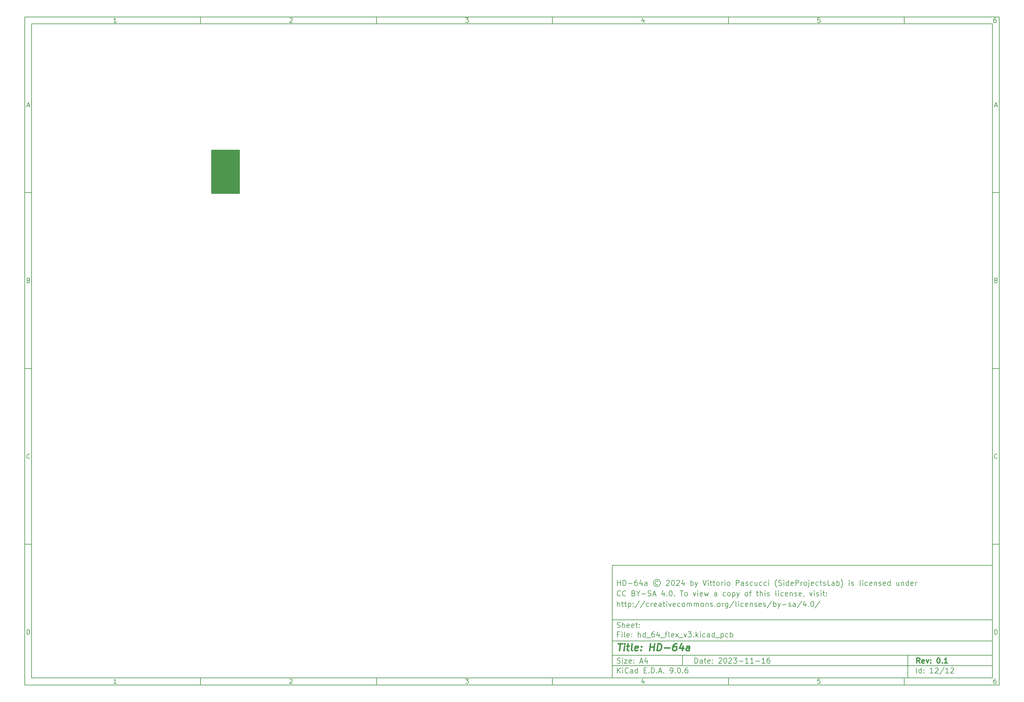
<source format=gbr>
%TF.GenerationSoftware,KiCad,Pcbnew,9.0.6*%
%TF.CreationDate,2025-11-27T00:35:39+01:00*%
%TF.ProjectId,hd_64_flex_v3,68645f36-345f-4666-9c65-785f76332e6b,0.1*%
%TF.SameCoordinates,PXd801da0PY3c45b00*%
%TF.FileFunction,Other,User*%
%FSLAX46Y46*%
G04 Gerber Fmt 4.6, Leading zero omitted, Abs format (unit mm)*
G04 Created by KiCad (PCBNEW 9.0.6) date 2025-11-27 00:35:39*
%MOMM*%
%LPD*%
G01*
G04 APERTURE LIST*
%ADD10C,0.100000*%
%ADD11C,0.150000*%
%ADD12C,0.300000*%
%ADD13C,0.400000*%
G04 APERTURE END LIST*
D10*
D11*
X-49497800Y-102807200D02*
X58502200Y-102807200D01*
X58502200Y-134807200D01*
X-49497800Y-134807200D01*
X-49497800Y-102807200D01*
D10*
D11*
X-216500000Y53200000D02*
X60502200Y53200000D01*
X60502200Y-136807200D01*
X-216500000Y-136807200D01*
X-216500000Y53200000D01*
D10*
D11*
X-214500000Y51200000D02*
X58502200Y51200000D01*
X58502200Y-134807200D01*
X-214500000Y-134807200D01*
X-214500000Y51200000D01*
D10*
D11*
X-166500000Y51200000D02*
X-166500000Y53200000D01*
D10*
D11*
X-116500000Y51200000D02*
X-116500000Y53200000D01*
D10*
D11*
X-66500000Y51200000D02*
X-66500000Y53200000D01*
D10*
D11*
X-16500000Y51200000D02*
X-16500000Y53200000D01*
D10*
D11*
X33500000Y51200000D02*
X33500000Y53200000D01*
D10*
D11*
X-190410840Y51606396D02*
X-191153697Y51606396D01*
X-190782269Y51606396D02*
X-190782269Y52906396D01*
X-190782269Y52906396D02*
X-190906078Y52720681D01*
X-190906078Y52720681D02*
X-191029888Y52596872D01*
X-191029888Y52596872D02*
X-191153697Y52534967D01*
D10*
D11*
X-141153697Y52782586D02*
X-141091793Y52844491D01*
X-141091793Y52844491D02*
X-140967983Y52906396D01*
X-140967983Y52906396D02*
X-140658459Y52906396D01*
X-140658459Y52906396D02*
X-140534650Y52844491D01*
X-140534650Y52844491D02*
X-140472745Y52782586D01*
X-140472745Y52782586D02*
X-140410840Y52658777D01*
X-140410840Y52658777D02*
X-140410840Y52534967D01*
X-140410840Y52534967D02*
X-140472745Y52349253D01*
X-140472745Y52349253D02*
X-141215602Y51606396D01*
X-141215602Y51606396D02*
X-140410840Y51606396D01*
D10*
D11*
X-91215602Y52906396D02*
X-90410840Y52906396D01*
X-90410840Y52906396D02*
X-90844174Y52411158D01*
X-90844174Y52411158D02*
X-90658459Y52411158D01*
X-90658459Y52411158D02*
X-90534650Y52349253D01*
X-90534650Y52349253D02*
X-90472745Y52287348D01*
X-90472745Y52287348D02*
X-90410840Y52163539D01*
X-90410840Y52163539D02*
X-90410840Y51854015D01*
X-90410840Y51854015D02*
X-90472745Y51730205D01*
X-90472745Y51730205D02*
X-90534650Y51668300D01*
X-90534650Y51668300D02*
X-90658459Y51606396D01*
X-90658459Y51606396D02*
X-91029888Y51606396D01*
X-91029888Y51606396D02*
X-91153697Y51668300D01*
X-91153697Y51668300D02*
X-91215602Y51730205D01*
D10*
D11*
X-40534650Y52473062D02*
X-40534650Y51606396D01*
X-40844174Y52968300D02*
X-41153697Y52039729D01*
X-41153697Y52039729D02*
X-40348936Y52039729D01*
D10*
D11*
X9527255Y52906396D02*
X8908207Y52906396D01*
X8908207Y52906396D02*
X8846303Y52287348D01*
X8846303Y52287348D02*
X8908207Y52349253D01*
X8908207Y52349253D02*
X9032017Y52411158D01*
X9032017Y52411158D02*
X9341541Y52411158D01*
X9341541Y52411158D02*
X9465350Y52349253D01*
X9465350Y52349253D02*
X9527255Y52287348D01*
X9527255Y52287348D02*
X9589160Y52163539D01*
X9589160Y52163539D02*
X9589160Y51854015D01*
X9589160Y51854015D02*
X9527255Y51730205D01*
X9527255Y51730205D02*
X9465350Y51668300D01*
X9465350Y51668300D02*
X9341541Y51606396D01*
X9341541Y51606396D02*
X9032017Y51606396D01*
X9032017Y51606396D02*
X8908207Y51668300D01*
X8908207Y51668300D02*
X8846303Y51730205D01*
D10*
D11*
X59465350Y52906396D02*
X59217731Y52906396D01*
X59217731Y52906396D02*
X59093922Y52844491D01*
X59093922Y52844491D02*
X59032017Y52782586D01*
X59032017Y52782586D02*
X58908207Y52596872D01*
X58908207Y52596872D02*
X58846303Y52349253D01*
X58846303Y52349253D02*
X58846303Y51854015D01*
X58846303Y51854015D02*
X58908207Y51730205D01*
X58908207Y51730205D02*
X58970112Y51668300D01*
X58970112Y51668300D02*
X59093922Y51606396D01*
X59093922Y51606396D02*
X59341541Y51606396D01*
X59341541Y51606396D02*
X59465350Y51668300D01*
X59465350Y51668300D02*
X59527255Y51730205D01*
X59527255Y51730205D02*
X59589160Y51854015D01*
X59589160Y51854015D02*
X59589160Y52163539D01*
X59589160Y52163539D02*
X59527255Y52287348D01*
X59527255Y52287348D02*
X59465350Y52349253D01*
X59465350Y52349253D02*
X59341541Y52411158D01*
X59341541Y52411158D02*
X59093922Y52411158D01*
X59093922Y52411158D02*
X58970112Y52349253D01*
X58970112Y52349253D02*
X58908207Y52287348D01*
X58908207Y52287348D02*
X58846303Y52163539D01*
D10*
D11*
X-166500000Y-134807200D02*
X-166500000Y-136807200D01*
D10*
D11*
X-116500000Y-134807200D02*
X-116500000Y-136807200D01*
D10*
D11*
X-66500000Y-134807200D02*
X-66500000Y-136807200D01*
D10*
D11*
X-16500000Y-134807200D02*
X-16500000Y-136807200D01*
D10*
D11*
X33500000Y-134807200D02*
X33500000Y-136807200D01*
D10*
D11*
X-190410840Y-136400804D02*
X-191153697Y-136400804D01*
X-190782269Y-136400804D02*
X-190782269Y-135100804D01*
X-190782269Y-135100804D02*
X-190906078Y-135286519D01*
X-190906078Y-135286519D02*
X-191029888Y-135410328D01*
X-191029888Y-135410328D02*
X-191153697Y-135472233D01*
D10*
D11*
X-141153697Y-135224614D02*
X-141091793Y-135162709D01*
X-141091793Y-135162709D02*
X-140967983Y-135100804D01*
X-140967983Y-135100804D02*
X-140658459Y-135100804D01*
X-140658459Y-135100804D02*
X-140534650Y-135162709D01*
X-140534650Y-135162709D02*
X-140472745Y-135224614D01*
X-140472745Y-135224614D02*
X-140410840Y-135348423D01*
X-140410840Y-135348423D02*
X-140410840Y-135472233D01*
X-140410840Y-135472233D02*
X-140472745Y-135657947D01*
X-140472745Y-135657947D02*
X-141215602Y-136400804D01*
X-141215602Y-136400804D02*
X-140410840Y-136400804D01*
D10*
D11*
X-91215602Y-135100804D02*
X-90410840Y-135100804D01*
X-90410840Y-135100804D02*
X-90844174Y-135596042D01*
X-90844174Y-135596042D02*
X-90658459Y-135596042D01*
X-90658459Y-135596042D02*
X-90534650Y-135657947D01*
X-90534650Y-135657947D02*
X-90472745Y-135719852D01*
X-90472745Y-135719852D02*
X-90410840Y-135843661D01*
X-90410840Y-135843661D02*
X-90410840Y-136153185D01*
X-90410840Y-136153185D02*
X-90472745Y-136276995D01*
X-90472745Y-136276995D02*
X-90534650Y-136338900D01*
X-90534650Y-136338900D02*
X-90658459Y-136400804D01*
X-90658459Y-136400804D02*
X-91029888Y-136400804D01*
X-91029888Y-136400804D02*
X-91153697Y-136338900D01*
X-91153697Y-136338900D02*
X-91215602Y-136276995D01*
D10*
D11*
X-40534650Y-135534138D02*
X-40534650Y-136400804D01*
X-40844174Y-135038900D02*
X-41153697Y-135967471D01*
X-41153697Y-135967471D02*
X-40348936Y-135967471D01*
D10*
D11*
X9527255Y-135100804D02*
X8908207Y-135100804D01*
X8908207Y-135100804D02*
X8846303Y-135719852D01*
X8846303Y-135719852D02*
X8908207Y-135657947D01*
X8908207Y-135657947D02*
X9032017Y-135596042D01*
X9032017Y-135596042D02*
X9341541Y-135596042D01*
X9341541Y-135596042D02*
X9465350Y-135657947D01*
X9465350Y-135657947D02*
X9527255Y-135719852D01*
X9527255Y-135719852D02*
X9589160Y-135843661D01*
X9589160Y-135843661D02*
X9589160Y-136153185D01*
X9589160Y-136153185D02*
X9527255Y-136276995D01*
X9527255Y-136276995D02*
X9465350Y-136338900D01*
X9465350Y-136338900D02*
X9341541Y-136400804D01*
X9341541Y-136400804D02*
X9032017Y-136400804D01*
X9032017Y-136400804D02*
X8908207Y-136338900D01*
X8908207Y-136338900D02*
X8846303Y-136276995D01*
D10*
D11*
X59465350Y-135100804D02*
X59217731Y-135100804D01*
X59217731Y-135100804D02*
X59093922Y-135162709D01*
X59093922Y-135162709D02*
X59032017Y-135224614D01*
X59032017Y-135224614D02*
X58908207Y-135410328D01*
X58908207Y-135410328D02*
X58846303Y-135657947D01*
X58846303Y-135657947D02*
X58846303Y-136153185D01*
X58846303Y-136153185D02*
X58908207Y-136276995D01*
X58908207Y-136276995D02*
X58970112Y-136338900D01*
X58970112Y-136338900D02*
X59093922Y-136400804D01*
X59093922Y-136400804D02*
X59341541Y-136400804D01*
X59341541Y-136400804D02*
X59465350Y-136338900D01*
X59465350Y-136338900D02*
X59527255Y-136276995D01*
X59527255Y-136276995D02*
X59589160Y-136153185D01*
X59589160Y-136153185D02*
X59589160Y-135843661D01*
X59589160Y-135843661D02*
X59527255Y-135719852D01*
X59527255Y-135719852D02*
X59465350Y-135657947D01*
X59465350Y-135657947D02*
X59341541Y-135596042D01*
X59341541Y-135596042D02*
X59093922Y-135596042D01*
X59093922Y-135596042D02*
X58970112Y-135657947D01*
X58970112Y-135657947D02*
X58908207Y-135719852D01*
X58908207Y-135719852D02*
X58846303Y-135843661D01*
D10*
D11*
X-216500000Y3200000D02*
X-214500000Y3200000D01*
D10*
D11*
X-216500000Y-46800000D02*
X-214500000Y-46800000D01*
D10*
D11*
X-216500000Y-96800000D02*
X-214500000Y-96800000D01*
D10*
D11*
X-215809524Y27977824D02*
X-215190477Y27977824D01*
X-215933334Y27606396D02*
X-215500001Y28906396D01*
X-215500001Y28906396D02*
X-215066667Y27606396D01*
D10*
D11*
X-215407143Y-21712652D02*
X-215221429Y-21774557D01*
X-215221429Y-21774557D02*
X-215159524Y-21836461D01*
X-215159524Y-21836461D02*
X-215097620Y-21960271D01*
X-215097620Y-21960271D02*
X-215097620Y-22145985D01*
X-215097620Y-22145985D02*
X-215159524Y-22269795D01*
X-215159524Y-22269795D02*
X-215221429Y-22331700D01*
X-215221429Y-22331700D02*
X-215345239Y-22393604D01*
X-215345239Y-22393604D02*
X-215840477Y-22393604D01*
X-215840477Y-22393604D02*
X-215840477Y-21093604D01*
X-215840477Y-21093604D02*
X-215407143Y-21093604D01*
X-215407143Y-21093604D02*
X-215283334Y-21155509D01*
X-215283334Y-21155509D02*
X-215221429Y-21217414D01*
X-215221429Y-21217414D02*
X-215159524Y-21341223D01*
X-215159524Y-21341223D02*
X-215159524Y-21465033D01*
X-215159524Y-21465033D02*
X-215221429Y-21588842D01*
X-215221429Y-21588842D02*
X-215283334Y-21650747D01*
X-215283334Y-21650747D02*
X-215407143Y-21712652D01*
X-215407143Y-21712652D02*
X-215840477Y-21712652D01*
D10*
D11*
X-215097620Y-72269795D02*
X-215159524Y-72331700D01*
X-215159524Y-72331700D02*
X-215345239Y-72393604D01*
X-215345239Y-72393604D02*
X-215469048Y-72393604D01*
X-215469048Y-72393604D02*
X-215654762Y-72331700D01*
X-215654762Y-72331700D02*
X-215778572Y-72207890D01*
X-215778572Y-72207890D02*
X-215840477Y-72084080D01*
X-215840477Y-72084080D02*
X-215902381Y-71836461D01*
X-215902381Y-71836461D02*
X-215902381Y-71650747D01*
X-215902381Y-71650747D02*
X-215840477Y-71403128D01*
X-215840477Y-71403128D02*
X-215778572Y-71279319D01*
X-215778572Y-71279319D02*
X-215654762Y-71155509D01*
X-215654762Y-71155509D02*
X-215469048Y-71093604D01*
X-215469048Y-71093604D02*
X-215345239Y-71093604D01*
X-215345239Y-71093604D02*
X-215159524Y-71155509D01*
X-215159524Y-71155509D02*
X-215097620Y-71217414D01*
D10*
D11*
X-215840477Y-122393604D02*
X-215840477Y-121093604D01*
X-215840477Y-121093604D02*
X-215530953Y-121093604D01*
X-215530953Y-121093604D02*
X-215345239Y-121155509D01*
X-215345239Y-121155509D02*
X-215221429Y-121279319D01*
X-215221429Y-121279319D02*
X-215159524Y-121403128D01*
X-215159524Y-121403128D02*
X-215097620Y-121650747D01*
X-215097620Y-121650747D02*
X-215097620Y-121836461D01*
X-215097620Y-121836461D02*
X-215159524Y-122084080D01*
X-215159524Y-122084080D02*
X-215221429Y-122207890D01*
X-215221429Y-122207890D02*
X-215345239Y-122331700D01*
X-215345239Y-122331700D02*
X-215530953Y-122393604D01*
X-215530953Y-122393604D02*
X-215840477Y-122393604D01*
D10*
D11*
X60502200Y3200000D02*
X58502200Y3200000D01*
D10*
D11*
X60502200Y-46800000D02*
X58502200Y-46800000D01*
D10*
D11*
X60502200Y-96800000D02*
X58502200Y-96800000D01*
D10*
D11*
X59192676Y27977824D02*
X59811723Y27977824D01*
X59068866Y27606396D02*
X59502199Y28906396D01*
X59502199Y28906396D02*
X59935533Y27606396D01*
D10*
D11*
X59595057Y-21712652D02*
X59780771Y-21774557D01*
X59780771Y-21774557D02*
X59842676Y-21836461D01*
X59842676Y-21836461D02*
X59904580Y-21960271D01*
X59904580Y-21960271D02*
X59904580Y-22145985D01*
X59904580Y-22145985D02*
X59842676Y-22269795D01*
X59842676Y-22269795D02*
X59780771Y-22331700D01*
X59780771Y-22331700D02*
X59656961Y-22393604D01*
X59656961Y-22393604D02*
X59161723Y-22393604D01*
X59161723Y-22393604D02*
X59161723Y-21093604D01*
X59161723Y-21093604D02*
X59595057Y-21093604D01*
X59595057Y-21093604D02*
X59718866Y-21155509D01*
X59718866Y-21155509D02*
X59780771Y-21217414D01*
X59780771Y-21217414D02*
X59842676Y-21341223D01*
X59842676Y-21341223D02*
X59842676Y-21465033D01*
X59842676Y-21465033D02*
X59780771Y-21588842D01*
X59780771Y-21588842D02*
X59718866Y-21650747D01*
X59718866Y-21650747D02*
X59595057Y-21712652D01*
X59595057Y-21712652D02*
X59161723Y-21712652D01*
D10*
D11*
X59904580Y-72269795D02*
X59842676Y-72331700D01*
X59842676Y-72331700D02*
X59656961Y-72393604D01*
X59656961Y-72393604D02*
X59533152Y-72393604D01*
X59533152Y-72393604D02*
X59347438Y-72331700D01*
X59347438Y-72331700D02*
X59223628Y-72207890D01*
X59223628Y-72207890D02*
X59161723Y-72084080D01*
X59161723Y-72084080D02*
X59099819Y-71836461D01*
X59099819Y-71836461D02*
X59099819Y-71650747D01*
X59099819Y-71650747D02*
X59161723Y-71403128D01*
X59161723Y-71403128D02*
X59223628Y-71279319D01*
X59223628Y-71279319D02*
X59347438Y-71155509D01*
X59347438Y-71155509D02*
X59533152Y-71093604D01*
X59533152Y-71093604D02*
X59656961Y-71093604D01*
X59656961Y-71093604D02*
X59842676Y-71155509D01*
X59842676Y-71155509D02*
X59904580Y-71217414D01*
D10*
D11*
X59161723Y-122393604D02*
X59161723Y-121093604D01*
X59161723Y-121093604D02*
X59471247Y-121093604D01*
X59471247Y-121093604D02*
X59656961Y-121155509D01*
X59656961Y-121155509D02*
X59780771Y-121279319D01*
X59780771Y-121279319D02*
X59842676Y-121403128D01*
X59842676Y-121403128D02*
X59904580Y-121650747D01*
X59904580Y-121650747D02*
X59904580Y-121836461D01*
X59904580Y-121836461D02*
X59842676Y-122084080D01*
X59842676Y-122084080D02*
X59780771Y-122207890D01*
X59780771Y-122207890D02*
X59656961Y-122331700D01*
X59656961Y-122331700D02*
X59471247Y-122393604D01*
X59471247Y-122393604D02*
X59161723Y-122393604D01*
D10*
D11*
X-26041974Y-130593328D02*
X-26041974Y-129093328D01*
X-26041974Y-129093328D02*
X-25684831Y-129093328D01*
X-25684831Y-129093328D02*
X-25470545Y-129164757D01*
X-25470545Y-129164757D02*
X-25327688Y-129307614D01*
X-25327688Y-129307614D02*
X-25256259Y-129450471D01*
X-25256259Y-129450471D02*
X-25184831Y-129736185D01*
X-25184831Y-129736185D02*
X-25184831Y-129950471D01*
X-25184831Y-129950471D02*
X-25256259Y-130236185D01*
X-25256259Y-130236185D02*
X-25327688Y-130379042D01*
X-25327688Y-130379042D02*
X-25470545Y-130521900D01*
X-25470545Y-130521900D02*
X-25684831Y-130593328D01*
X-25684831Y-130593328D02*
X-26041974Y-130593328D01*
X-23899116Y-130593328D02*
X-23899116Y-129807614D01*
X-23899116Y-129807614D02*
X-23970545Y-129664757D01*
X-23970545Y-129664757D02*
X-24113402Y-129593328D01*
X-24113402Y-129593328D02*
X-24399116Y-129593328D01*
X-24399116Y-129593328D02*
X-24541974Y-129664757D01*
X-23899116Y-130521900D02*
X-24041974Y-130593328D01*
X-24041974Y-130593328D02*
X-24399116Y-130593328D01*
X-24399116Y-130593328D02*
X-24541974Y-130521900D01*
X-24541974Y-130521900D02*
X-24613402Y-130379042D01*
X-24613402Y-130379042D02*
X-24613402Y-130236185D01*
X-24613402Y-130236185D02*
X-24541974Y-130093328D01*
X-24541974Y-130093328D02*
X-24399116Y-130021900D01*
X-24399116Y-130021900D02*
X-24041974Y-130021900D01*
X-24041974Y-130021900D02*
X-23899116Y-129950471D01*
X-23399116Y-129593328D02*
X-22827688Y-129593328D01*
X-23184831Y-129093328D02*
X-23184831Y-130379042D01*
X-23184831Y-130379042D02*
X-23113402Y-130521900D01*
X-23113402Y-130521900D02*
X-22970545Y-130593328D01*
X-22970545Y-130593328D02*
X-22827688Y-130593328D01*
X-21756259Y-130521900D02*
X-21899116Y-130593328D01*
X-21899116Y-130593328D02*
X-22184830Y-130593328D01*
X-22184830Y-130593328D02*
X-22327688Y-130521900D01*
X-22327688Y-130521900D02*
X-22399116Y-130379042D01*
X-22399116Y-130379042D02*
X-22399116Y-129807614D01*
X-22399116Y-129807614D02*
X-22327688Y-129664757D01*
X-22327688Y-129664757D02*
X-22184830Y-129593328D01*
X-22184830Y-129593328D02*
X-21899116Y-129593328D01*
X-21899116Y-129593328D02*
X-21756259Y-129664757D01*
X-21756259Y-129664757D02*
X-21684830Y-129807614D01*
X-21684830Y-129807614D02*
X-21684830Y-129950471D01*
X-21684830Y-129950471D02*
X-22399116Y-130093328D01*
X-21041974Y-130450471D02*
X-20970545Y-130521900D01*
X-20970545Y-130521900D02*
X-21041974Y-130593328D01*
X-21041974Y-130593328D02*
X-21113402Y-130521900D01*
X-21113402Y-130521900D02*
X-21041974Y-130450471D01*
X-21041974Y-130450471D02*
X-21041974Y-130593328D01*
X-21041974Y-129664757D02*
X-20970545Y-129736185D01*
X-20970545Y-129736185D02*
X-21041974Y-129807614D01*
X-21041974Y-129807614D02*
X-21113402Y-129736185D01*
X-21113402Y-129736185D02*
X-21041974Y-129664757D01*
X-21041974Y-129664757D02*
X-21041974Y-129807614D01*
X-19256259Y-129236185D02*
X-19184831Y-129164757D01*
X-19184831Y-129164757D02*
X-19041973Y-129093328D01*
X-19041973Y-129093328D02*
X-18684831Y-129093328D01*
X-18684831Y-129093328D02*
X-18541973Y-129164757D01*
X-18541973Y-129164757D02*
X-18470545Y-129236185D01*
X-18470545Y-129236185D02*
X-18399116Y-129379042D01*
X-18399116Y-129379042D02*
X-18399116Y-129521900D01*
X-18399116Y-129521900D02*
X-18470545Y-129736185D01*
X-18470545Y-129736185D02*
X-19327688Y-130593328D01*
X-19327688Y-130593328D02*
X-18399116Y-130593328D01*
X-17470545Y-129093328D02*
X-17327688Y-129093328D01*
X-17327688Y-129093328D02*
X-17184831Y-129164757D01*
X-17184831Y-129164757D02*
X-17113402Y-129236185D01*
X-17113402Y-129236185D02*
X-17041974Y-129379042D01*
X-17041974Y-129379042D02*
X-16970545Y-129664757D01*
X-16970545Y-129664757D02*
X-16970545Y-130021900D01*
X-16970545Y-130021900D02*
X-17041974Y-130307614D01*
X-17041974Y-130307614D02*
X-17113402Y-130450471D01*
X-17113402Y-130450471D02*
X-17184831Y-130521900D01*
X-17184831Y-130521900D02*
X-17327688Y-130593328D01*
X-17327688Y-130593328D02*
X-17470545Y-130593328D01*
X-17470545Y-130593328D02*
X-17613402Y-130521900D01*
X-17613402Y-130521900D02*
X-17684831Y-130450471D01*
X-17684831Y-130450471D02*
X-17756260Y-130307614D01*
X-17756260Y-130307614D02*
X-17827688Y-130021900D01*
X-17827688Y-130021900D02*
X-17827688Y-129664757D01*
X-17827688Y-129664757D02*
X-17756260Y-129379042D01*
X-17756260Y-129379042D02*
X-17684831Y-129236185D01*
X-17684831Y-129236185D02*
X-17613402Y-129164757D01*
X-17613402Y-129164757D02*
X-17470545Y-129093328D01*
X-16399117Y-129236185D02*
X-16327689Y-129164757D01*
X-16327689Y-129164757D02*
X-16184831Y-129093328D01*
X-16184831Y-129093328D02*
X-15827689Y-129093328D01*
X-15827689Y-129093328D02*
X-15684831Y-129164757D01*
X-15684831Y-129164757D02*
X-15613403Y-129236185D01*
X-15613403Y-129236185D02*
X-15541974Y-129379042D01*
X-15541974Y-129379042D02*
X-15541974Y-129521900D01*
X-15541974Y-129521900D02*
X-15613403Y-129736185D01*
X-15613403Y-129736185D02*
X-16470546Y-130593328D01*
X-16470546Y-130593328D02*
X-15541974Y-130593328D01*
X-15041975Y-129093328D02*
X-14113403Y-129093328D01*
X-14113403Y-129093328D02*
X-14613403Y-129664757D01*
X-14613403Y-129664757D02*
X-14399118Y-129664757D01*
X-14399118Y-129664757D02*
X-14256260Y-129736185D01*
X-14256260Y-129736185D02*
X-14184832Y-129807614D01*
X-14184832Y-129807614D02*
X-14113403Y-129950471D01*
X-14113403Y-129950471D02*
X-14113403Y-130307614D01*
X-14113403Y-130307614D02*
X-14184832Y-130450471D01*
X-14184832Y-130450471D02*
X-14256260Y-130521900D01*
X-14256260Y-130521900D02*
X-14399118Y-130593328D01*
X-14399118Y-130593328D02*
X-14827689Y-130593328D01*
X-14827689Y-130593328D02*
X-14970546Y-130521900D01*
X-14970546Y-130521900D02*
X-15041975Y-130450471D01*
X-13470547Y-130021900D02*
X-12327689Y-130021900D01*
X-10827689Y-130593328D02*
X-11684832Y-130593328D01*
X-11256261Y-130593328D02*
X-11256261Y-129093328D01*
X-11256261Y-129093328D02*
X-11399118Y-129307614D01*
X-11399118Y-129307614D02*
X-11541975Y-129450471D01*
X-11541975Y-129450471D02*
X-11684832Y-129521900D01*
X-9399118Y-130593328D02*
X-10256261Y-130593328D01*
X-9827690Y-130593328D02*
X-9827690Y-129093328D01*
X-9827690Y-129093328D02*
X-9970547Y-129307614D01*
X-9970547Y-129307614D02*
X-10113404Y-129450471D01*
X-10113404Y-129450471D02*
X-10256261Y-129521900D01*
X-8756262Y-130021900D02*
X-7613404Y-130021900D01*
X-6113404Y-130593328D02*
X-6970547Y-130593328D01*
X-6541976Y-130593328D02*
X-6541976Y-129093328D01*
X-6541976Y-129093328D02*
X-6684833Y-129307614D01*
X-6684833Y-129307614D02*
X-6827690Y-129450471D01*
X-6827690Y-129450471D02*
X-6970547Y-129521900D01*
X-4827690Y-129093328D02*
X-5113405Y-129093328D01*
X-5113405Y-129093328D02*
X-5256262Y-129164757D01*
X-5256262Y-129164757D02*
X-5327690Y-129236185D01*
X-5327690Y-129236185D02*
X-5470548Y-129450471D01*
X-5470548Y-129450471D02*
X-5541976Y-129736185D01*
X-5541976Y-129736185D02*
X-5541976Y-130307614D01*
X-5541976Y-130307614D02*
X-5470548Y-130450471D01*
X-5470548Y-130450471D02*
X-5399119Y-130521900D01*
X-5399119Y-130521900D02*
X-5256262Y-130593328D01*
X-5256262Y-130593328D02*
X-4970548Y-130593328D01*
X-4970548Y-130593328D02*
X-4827690Y-130521900D01*
X-4827690Y-130521900D02*
X-4756262Y-130450471D01*
X-4756262Y-130450471D02*
X-4684833Y-130307614D01*
X-4684833Y-130307614D02*
X-4684833Y-129950471D01*
X-4684833Y-129950471D02*
X-4756262Y-129807614D01*
X-4756262Y-129807614D02*
X-4827690Y-129736185D01*
X-4827690Y-129736185D02*
X-4970548Y-129664757D01*
X-4970548Y-129664757D02*
X-5256262Y-129664757D01*
X-5256262Y-129664757D02*
X-5399119Y-129736185D01*
X-5399119Y-129736185D02*
X-5470548Y-129807614D01*
X-5470548Y-129807614D02*
X-5541976Y-129950471D01*
D10*
D11*
X-49497800Y-131307200D02*
X58502200Y-131307200D01*
D10*
D11*
X-48041974Y-133393328D02*
X-48041974Y-131893328D01*
X-47184831Y-133393328D02*
X-47827688Y-132536185D01*
X-47184831Y-131893328D02*
X-48041974Y-132750471D01*
X-46541974Y-133393328D02*
X-46541974Y-132393328D01*
X-46541974Y-131893328D02*
X-46613402Y-131964757D01*
X-46613402Y-131964757D02*
X-46541974Y-132036185D01*
X-46541974Y-132036185D02*
X-46470545Y-131964757D01*
X-46470545Y-131964757D02*
X-46541974Y-131893328D01*
X-46541974Y-131893328D02*
X-46541974Y-132036185D01*
X-44970545Y-133250471D02*
X-45041973Y-133321900D01*
X-45041973Y-133321900D02*
X-45256259Y-133393328D01*
X-45256259Y-133393328D02*
X-45399116Y-133393328D01*
X-45399116Y-133393328D02*
X-45613402Y-133321900D01*
X-45613402Y-133321900D02*
X-45756259Y-133179042D01*
X-45756259Y-133179042D02*
X-45827688Y-133036185D01*
X-45827688Y-133036185D02*
X-45899116Y-132750471D01*
X-45899116Y-132750471D02*
X-45899116Y-132536185D01*
X-45899116Y-132536185D02*
X-45827688Y-132250471D01*
X-45827688Y-132250471D02*
X-45756259Y-132107614D01*
X-45756259Y-132107614D02*
X-45613402Y-131964757D01*
X-45613402Y-131964757D02*
X-45399116Y-131893328D01*
X-45399116Y-131893328D02*
X-45256259Y-131893328D01*
X-45256259Y-131893328D02*
X-45041973Y-131964757D01*
X-45041973Y-131964757D02*
X-44970545Y-132036185D01*
X-43684830Y-133393328D02*
X-43684830Y-132607614D01*
X-43684830Y-132607614D02*
X-43756259Y-132464757D01*
X-43756259Y-132464757D02*
X-43899116Y-132393328D01*
X-43899116Y-132393328D02*
X-44184830Y-132393328D01*
X-44184830Y-132393328D02*
X-44327688Y-132464757D01*
X-43684830Y-133321900D02*
X-43827688Y-133393328D01*
X-43827688Y-133393328D02*
X-44184830Y-133393328D01*
X-44184830Y-133393328D02*
X-44327688Y-133321900D01*
X-44327688Y-133321900D02*
X-44399116Y-133179042D01*
X-44399116Y-133179042D02*
X-44399116Y-133036185D01*
X-44399116Y-133036185D02*
X-44327688Y-132893328D01*
X-44327688Y-132893328D02*
X-44184830Y-132821900D01*
X-44184830Y-132821900D02*
X-43827688Y-132821900D01*
X-43827688Y-132821900D02*
X-43684830Y-132750471D01*
X-42327687Y-133393328D02*
X-42327687Y-131893328D01*
X-42327687Y-133321900D02*
X-42470545Y-133393328D01*
X-42470545Y-133393328D02*
X-42756259Y-133393328D01*
X-42756259Y-133393328D02*
X-42899116Y-133321900D01*
X-42899116Y-133321900D02*
X-42970545Y-133250471D01*
X-42970545Y-133250471D02*
X-43041973Y-133107614D01*
X-43041973Y-133107614D02*
X-43041973Y-132679042D01*
X-43041973Y-132679042D02*
X-42970545Y-132536185D01*
X-42970545Y-132536185D02*
X-42899116Y-132464757D01*
X-42899116Y-132464757D02*
X-42756259Y-132393328D01*
X-42756259Y-132393328D02*
X-42470545Y-132393328D01*
X-42470545Y-132393328D02*
X-42327687Y-132464757D01*
X-40470545Y-132607614D02*
X-39970545Y-132607614D01*
X-39756259Y-133393328D02*
X-40470545Y-133393328D01*
X-40470545Y-133393328D02*
X-40470545Y-131893328D01*
X-40470545Y-131893328D02*
X-39756259Y-131893328D01*
X-39113402Y-133250471D02*
X-39041973Y-133321900D01*
X-39041973Y-133321900D02*
X-39113402Y-133393328D01*
X-39113402Y-133393328D02*
X-39184830Y-133321900D01*
X-39184830Y-133321900D02*
X-39113402Y-133250471D01*
X-39113402Y-133250471D02*
X-39113402Y-133393328D01*
X-38399116Y-133393328D02*
X-38399116Y-131893328D01*
X-38399116Y-131893328D02*
X-38041973Y-131893328D01*
X-38041973Y-131893328D02*
X-37827687Y-131964757D01*
X-37827687Y-131964757D02*
X-37684830Y-132107614D01*
X-37684830Y-132107614D02*
X-37613401Y-132250471D01*
X-37613401Y-132250471D02*
X-37541973Y-132536185D01*
X-37541973Y-132536185D02*
X-37541973Y-132750471D01*
X-37541973Y-132750471D02*
X-37613401Y-133036185D01*
X-37613401Y-133036185D02*
X-37684830Y-133179042D01*
X-37684830Y-133179042D02*
X-37827687Y-133321900D01*
X-37827687Y-133321900D02*
X-38041973Y-133393328D01*
X-38041973Y-133393328D02*
X-38399116Y-133393328D01*
X-36899116Y-133250471D02*
X-36827687Y-133321900D01*
X-36827687Y-133321900D02*
X-36899116Y-133393328D01*
X-36899116Y-133393328D02*
X-36970544Y-133321900D01*
X-36970544Y-133321900D02*
X-36899116Y-133250471D01*
X-36899116Y-133250471D02*
X-36899116Y-133393328D01*
X-36256258Y-132964757D02*
X-35541972Y-132964757D01*
X-36399115Y-133393328D02*
X-35899115Y-131893328D01*
X-35899115Y-131893328D02*
X-35399115Y-133393328D01*
X-34899116Y-133250471D02*
X-34827687Y-133321900D01*
X-34827687Y-133321900D02*
X-34899116Y-133393328D01*
X-34899116Y-133393328D02*
X-34970544Y-133321900D01*
X-34970544Y-133321900D02*
X-34899116Y-133250471D01*
X-34899116Y-133250471D02*
X-34899116Y-133393328D01*
X-32970544Y-133393328D02*
X-32684830Y-133393328D01*
X-32684830Y-133393328D02*
X-32541973Y-133321900D01*
X-32541973Y-133321900D02*
X-32470544Y-133250471D01*
X-32470544Y-133250471D02*
X-32327687Y-133036185D01*
X-32327687Y-133036185D02*
X-32256258Y-132750471D01*
X-32256258Y-132750471D02*
X-32256258Y-132179042D01*
X-32256258Y-132179042D02*
X-32327687Y-132036185D01*
X-32327687Y-132036185D02*
X-32399115Y-131964757D01*
X-32399115Y-131964757D02*
X-32541973Y-131893328D01*
X-32541973Y-131893328D02*
X-32827687Y-131893328D01*
X-32827687Y-131893328D02*
X-32970544Y-131964757D01*
X-32970544Y-131964757D02*
X-33041973Y-132036185D01*
X-33041973Y-132036185D02*
X-33113401Y-132179042D01*
X-33113401Y-132179042D02*
X-33113401Y-132536185D01*
X-33113401Y-132536185D02*
X-33041973Y-132679042D01*
X-33041973Y-132679042D02*
X-32970544Y-132750471D01*
X-32970544Y-132750471D02*
X-32827687Y-132821900D01*
X-32827687Y-132821900D02*
X-32541973Y-132821900D01*
X-32541973Y-132821900D02*
X-32399115Y-132750471D01*
X-32399115Y-132750471D02*
X-32327687Y-132679042D01*
X-32327687Y-132679042D02*
X-32256258Y-132536185D01*
X-31613402Y-133250471D02*
X-31541973Y-133321900D01*
X-31541973Y-133321900D02*
X-31613402Y-133393328D01*
X-31613402Y-133393328D02*
X-31684830Y-133321900D01*
X-31684830Y-133321900D02*
X-31613402Y-133250471D01*
X-31613402Y-133250471D02*
X-31613402Y-133393328D01*
X-30613401Y-131893328D02*
X-30470544Y-131893328D01*
X-30470544Y-131893328D02*
X-30327687Y-131964757D01*
X-30327687Y-131964757D02*
X-30256258Y-132036185D01*
X-30256258Y-132036185D02*
X-30184830Y-132179042D01*
X-30184830Y-132179042D02*
X-30113401Y-132464757D01*
X-30113401Y-132464757D02*
X-30113401Y-132821900D01*
X-30113401Y-132821900D02*
X-30184830Y-133107614D01*
X-30184830Y-133107614D02*
X-30256258Y-133250471D01*
X-30256258Y-133250471D02*
X-30327687Y-133321900D01*
X-30327687Y-133321900D02*
X-30470544Y-133393328D01*
X-30470544Y-133393328D02*
X-30613401Y-133393328D01*
X-30613401Y-133393328D02*
X-30756258Y-133321900D01*
X-30756258Y-133321900D02*
X-30827687Y-133250471D01*
X-30827687Y-133250471D02*
X-30899116Y-133107614D01*
X-30899116Y-133107614D02*
X-30970544Y-132821900D01*
X-30970544Y-132821900D02*
X-30970544Y-132464757D01*
X-30970544Y-132464757D02*
X-30899116Y-132179042D01*
X-30899116Y-132179042D02*
X-30827687Y-132036185D01*
X-30827687Y-132036185D02*
X-30756258Y-131964757D01*
X-30756258Y-131964757D02*
X-30613401Y-131893328D01*
X-29470545Y-133250471D02*
X-29399116Y-133321900D01*
X-29399116Y-133321900D02*
X-29470545Y-133393328D01*
X-29470545Y-133393328D02*
X-29541973Y-133321900D01*
X-29541973Y-133321900D02*
X-29470545Y-133250471D01*
X-29470545Y-133250471D02*
X-29470545Y-133393328D01*
X-28113401Y-131893328D02*
X-28399116Y-131893328D01*
X-28399116Y-131893328D02*
X-28541973Y-131964757D01*
X-28541973Y-131964757D02*
X-28613401Y-132036185D01*
X-28613401Y-132036185D02*
X-28756259Y-132250471D01*
X-28756259Y-132250471D02*
X-28827687Y-132536185D01*
X-28827687Y-132536185D02*
X-28827687Y-133107614D01*
X-28827687Y-133107614D02*
X-28756259Y-133250471D01*
X-28756259Y-133250471D02*
X-28684830Y-133321900D01*
X-28684830Y-133321900D02*
X-28541973Y-133393328D01*
X-28541973Y-133393328D02*
X-28256259Y-133393328D01*
X-28256259Y-133393328D02*
X-28113401Y-133321900D01*
X-28113401Y-133321900D02*
X-28041973Y-133250471D01*
X-28041973Y-133250471D02*
X-27970544Y-133107614D01*
X-27970544Y-133107614D02*
X-27970544Y-132750471D01*
X-27970544Y-132750471D02*
X-28041973Y-132607614D01*
X-28041973Y-132607614D02*
X-28113401Y-132536185D01*
X-28113401Y-132536185D02*
X-28256259Y-132464757D01*
X-28256259Y-132464757D02*
X-28541973Y-132464757D01*
X-28541973Y-132464757D02*
X-28684830Y-132536185D01*
X-28684830Y-132536185D02*
X-28756259Y-132607614D01*
X-28756259Y-132607614D02*
X-28827687Y-132750471D01*
D10*
D11*
X-49497800Y-128307200D02*
X58502200Y-128307200D01*
D10*
D12*
X37913853Y-130585528D02*
X37413853Y-129871242D01*
X37056710Y-130585528D02*
X37056710Y-129085528D01*
X37056710Y-129085528D02*
X37628139Y-129085528D01*
X37628139Y-129085528D02*
X37770996Y-129156957D01*
X37770996Y-129156957D02*
X37842425Y-129228385D01*
X37842425Y-129228385D02*
X37913853Y-129371242D01*
X37913853Y-129371242D02*
X37913853Y-129585528D01*
X37913853Y-129585528D02*
X37842425Y-129728385D01*
X37842425Y-129728385D02*
X37770996Y-129799814D01*
X37770996Y-129799814D02*
X37628139Y-129871242D01*
X37628139Y-129871242D02*
X37056710Y-129871242D01*
X39128139Y-130514100D02*
X38985282Y-130585528D01*
X38985282Y-130585528D02*
X38699568Y-130585528D01*
X38699568Y-130585528D02*
X38556710Y-130514100D01*
X38556710Y-130514100D02*
X38485282Y-130371242D01*
X38485282Y-130371242D02*
X38485282Y-129799814D01*
X38485282Y-129799814D02*
X38556710Y-129656957D01*
X38556710Y-129656957D02*
X38699568Y-129585528D01*
X38699568Y-129585528D02*
X38985282Y-129585528D01*
X38985282Y-129585528D02*
X39128139Y-129656957D01*
X39128139Y-129656957D02*
X39199568Y-129799814D01*
X39199568Y-129799814D02*
X39199568Y-129942671D01*
X39199568Y-129942671D02*
X38485282Y-130085528D01*
X39699567Y-129585528D02*
X40056710Y-130585528D01*
X40056710Y-130585528D02*
X40413853Y-129585528D01*
X40985281Y-130442671D02*
X41056710Y-130514100D01*
X41056710Y-130514100D02*
X40985281Y-130585528D01*
X40985281Y-130585528D02*
X40913853Y-130514100D01*
X40913853Y-130514100D02*
X40985281Y-130442671D01*
X40985281Y-130442671D02*
X40985281Y-130585528D01*
X40985281Y-129656957D02*
X41056710Y-129728385D01*
X41056710Y-129728385D02*
X40985281Y-129799814D01*
X40985281Y-129799814D02*
X40913853Y-129728385D01*
X40913853Y-129728385D02*
X40985281Y-129656957D01*
X40985281Y-129656957D02*
X40985281Y-129799814D01*
X43128139Y-129085528D02*
X43270996Y-129085528D01*
X43270996Y-129085528D02*
X43413853Y-129156957D01*
X43413853Y-129156957D02*
X43485282Y-129228385D01*
X43485282Y-129228385D02*
X43556710Y-129371242D01*
X43556710Y-129371242D02*
X43628139Y-129656957D01*
X43628139Y-129656957D02*
X43628139Y-130014100D01*
X43628139Y-130014100D02*
X43556710Y-130299814D01*
X43556710Y-130299814D02*
X43485282Y-130442671D01*
X43485282Y-130442671D02*
X43413853Y-130514100D01*
X43413853Y-130514100D02*
X43270996Y-130585528D01*
X43270996Y-130585528D02*
X43128139Y-130585528D01*
X43128139Y-130585528D02*
X42985282Y-130514100D01*
X42985282Y-130514100D02*
X42913853Y-130442671D01*
X42913853Y-130442671D02*
X42842424Y-130299814D01*
X42842424Y-130299814D02*
X42770996Y-130014100D01*
X42770996Y-130014100D02*
X42770996Y-129656957D01*
X42770996Y-129656957D02*
X42842424Y-129371242D01*
X42842424Y-129371242D02*
X42913853Y-129228385D01*
X42913853Y-129228385D02*
X42985282Y-129156957D01*
X42985282Y-129156957D02*
X43128139Y-129085528D01*
X44270995Y-130442671D02*
X44342424Y-130514100D01*
X44342424Y-130514100D02*
X44270995Y-130585528D01*
X44270995Y-130585528D02*
X44199567Y-130514100D01*
X44199567Y-130514100D02*
X44270995Y-130442671D01*
X44270995Y-130442671D02*
X44270995Y-130585528D01*
X45770996Y-130585528D02*
X44913853Y-130585528D01*
X45342424Y-130585528D02*
X45342424Y-129085528D01*
X45342424Y-129085528D02*
X45199567Y-129299814D01*
X45199567Y-129299814D02*
X45056710Y-129442671D01*
X45056710Y-129442671D02*
X44913853Y-129514100D01*
D10*
D11*
X-48113402Y-130521900D02*
X-47899116Y-130593328D01*
X-47899116Y-130593328D02*
X-47541974Y-130593328D01*
X-47541974Y-130593328D02*
X-47399116Y-130521900D01*
X-47399116Y-130521900D02*
X-47327688Y-130450471D01*
X-47327688Y-130450471D02*
X-47256259Y-130307614D01*
X-47256259Y-130307614D02*
X-47256259Y-130164757D01*
X-47256259Y-130164757D02*
X-47327688Y-130021900D01*
X-47327688Y-130021900D02*
X-47399116Y-129950471D01*
X-47399116Y-129950471D02*
X-47541974Y-129879042D01*
X-47541974Y-129879042D02*
X-47827688Y-129807614D01*
X-47827688Y-129807614D02*
X-47970545Y-129736185D01*
X-47970545Y-129736185D02*
X-48041974Y-129664757D01*
X-48041974Y-129664757D02*
X-48113402Y-129521900D01*
X-48113402Y-129521900D02*
X-48113402Y-129379042D01*
X-48113402Y-129379042D02*
X-48041974Y-129236185D01*
X-48041974Y-129236185D02*
X-47970545Y-129164757D01*
X-47970545Y-129164757D02*
X-47827688Y-129093328D01*
X-47827688Y-129093328D02*
X-47470545Y-129093328D01*
X-47470545Y-129093328D02*
X-47256259Y-129164757D01*
X-46613403Y-130593328D02*
X-46613403Y-129593328D01*
X-46613403Y-129093328D02*
X-46684831Y-129164757D01*
X-46684831Y-129164757D02*
X-46613403Y-129236185D01*
X-46613403Y-129236185D02*
X-46541974Y-129164757D01*
X-46541974Y-129164757D02*
X-46613403Y-129093328D01*
X-46613403Y-129093328D02*
X-46613403Y-129236185D01*
X-46041974Y-129593328D02*
X-45256259Y-129593328D01*
X-45256259Y-129593328D02*
X-46041974Y-130593328D01*
X-46041974Y-130593328D02*
X-45256259Y-130593328D01*
X-44113402Y-130521900D02*
X-44256259Y-130593328D01*
X-44256259Y-130593328D02*
X-44541973Y-130593328D01*
X-44541973Y-130593328D02*
X-44684831Y-130521900D01*
X-44684831Y-130521900D02*
X-44756259Y-130379042D01*
X-44756259Y-130379042D02*
X-44756259Y-129807614D01*
X-44756259Y-129807614D02*
X-44684831Y-129664757D01*
X-44684831Y-129664757D02*
X-44541973Y-129593328D01*
X-44541973Y-129593328D02*
X-44256259Y-129593328D01*
X-44256259Y-129593328D02*
X-44113402Y-129664757D01*
X-44113402Y-129664757D02*
X-44041973Y-129807614D01*
X-44041973Y-129807614D02*
X-44041973Y-129950471D01*
X-44041973Y-129950471D02*
X-44756259Y-130093328D01*
X-43399117Y-130450471D02*
X-43327688Y-130521900D01*
X-43327688Y-130521900D02*
X-43399117Y-130593328D01*
X-43399117Y-130593328D02*
X-43470545Y-130521900D01*
X-43470545Y-130521900D02*
X-43399117Y-130450471D01*
X-43399117Y-130450471D02*
X-43399117Y-130593328D01*
X-43399117Y-129664757D02*
X-43327688Y-129736185D01*
X-43327688Y-129736185D02*
X-43399117Y-129807614D01*
X-43399117Y-129807614D02*
X-43470545Y-129736185D01*
X-43470545Y-129736185D02*
X-43399117Y-129664757D01*
X-43399117Y-129664757D02*
X-43399117Y-129807614D01*
X-41613402Y-130164757D02*
X-40899116Y-130164757D01*
X-41756259Y-130593328D02*
X-41256259Y-129093328D01*
X-41256259Y-129093328D02*
X-40756259Y-130593328D01*
X-39613402Y-129593328D02*
X-39613402Y-130593328D01*
X-39970545Y-129021900D02*
X-40327688Y-130093328D01*
X-40327688Y-130093328D02*
X-39399117Y-130093328D01*
D10*
D11*
X36958026Y-133393328D02*
X36958026Y-131893328D01*
X38315170Y-133393328D02*
X38315170Y-131893328D01*
X38315170Y-133321900D02*
X38172312Y-133393328D01*
X38172312Y-133393328D02*
X37886598Y-133393328D01*
X37886598Y-133393328D02*
X37743741Y-133321900D01*
X37743741Y-133321900D02*
X37672312Y-133250471D01*
X37672312Y-133250471D02*
X37600884Y-133107614D01*
X37600884Y-133107614D02*
X37600884Y-132679042D01*
X37600884Y-132679042D02*
X37672312Y-132536185D01*
X37672312Y-132536185D02*
X37743741Y-132464757D01*
X37743741Y-132464757D02*
X37886598Y-132393328D01*
X37886598Y-132393328D02*
X38172312Y-132393328D01*
X38172312Y-132393328D02*
X38315170Y-132464757D01*
X39029455Y-133250471D02*
X39100884Y-133321900D01*
X39100884Y-133321900D02*
X39029455Y-133393328D01*
X39029455Y-133393328D02*
X38958027Y-133321900D01*
X38958027Y-133321900D02*
X39029455Y-133250471D01*
X39029455Y-133250471D02*
X39029455Y-133393328D01*
X39029455Y-132464757D02*
X39100884Y-132536185D01*
X39100884Y-132536185D02*
X39029455Y-132607614D01*
X39029455Y-132607614D02*
X38958027Y-132536185D01*
X38958027Y-132536185D02*
X39029455Y-132464757D01*
X39029455Y-132464757D02*
X39029455Y-132607614D01*
X41672313Y-133393328D02*
X40815170Y-133393328D01*
X41243741Y-133393328D02*
X41243741Y-131893328D01*
X41243741Y-131893328D02*
X41100884Y-132107614D01*
X41100884Y-132107614D02*
X40958027Y-132250471D01*
X40958027Y-132250471D02*
X40815170Y-132321900D01*
X42243741Y-132036185D02*
X42315169Y-131964757D01*
X42315169Y-131964757D02*
X42458027Y-131893328D01*
X42458027Y-131893328D02*
X42815169Y-131893328D01*
X42815169Y-131893328D02*
X42958027Y-131964757D01*
X42958027Y-131964757D02*
X43029455Y-132036185D01*
X43029455Y-132036185D02*
X43100884Y-132179042D01*
X43100884Y-132179042D02*
X43100884Y-132321900D01*
X43100884Y-132321900D02*
X43029455Y-132536185D01*
X43029455Y-132536185D02*
X42172312Y-133393328D01*
X42172312Y-133393328D02*
X43100884Y-133393328D01*
X44815169Y-131821900D02*
X43529455Y-133750471D01*
X46100884Y-133393328D02*
X45243741Y-133393328D01*
X45672312Y-133393328D02*
X45672312Y-131893328D01*
X45672312Y-131893328D02*
X45529455Y-132107614D01*
X45529455Y-132107614D02*
X45386598Y-132250471D01*
X45386598Y-132250471D02*
X45243741Y-132321900D01*
X46672312Y-132036185D02*
X46743740Y-131964757D01*
X46743740Y-131964757D02*
X46886598Y-131893328D01*
X46886598Y-131893328D02*
X47243740Y-131893328D01*
X47243740Y-131893328D02*
X47386598Y-131964757D01*
X47386598Y-131964757D02*
X47458026Y-132036185D01*
X47458026Y-132036185D02*
X47529455Y-132179042D01*
X47529455Y-132179042D02*
X47529455Y-132321900D01*
X47529455Y-132321900D02*
X47458026Y-132536185D01*
X47458026Y-132536185D02*
X46600883Y-133393328D01*
X46600883Y-133393328D02*
X47529455Y-133393328D01*
D10*
D11*
X-49497800Y-124307200D02*
X58502200Y-124307200D01*
D10*
D13*
X-47806072Y-125011638D02*
X-46663215Y-125011638D01*
X-47484643Y-127011638D02*
X-47234643Y-125011638D01*
X-46246548Y-127011638D02*
X-46079881Y-125678304D01*
X-45996548Y-125011638D02*
X-46103691Y-125106876D01*
X-46103691Y-125106876D02*
X-46020357Y-125202114D01*
X-46020357Y-125202114D02*
X-45913214Y-125106876D01*
X-45913214Y-125106876D02*
X-45996548Y-125011638D01*
X-45996548Y-125011638D02*
X-46020357Y-125202114D01*
X-45413214Y-125678304D02*
X-44651310Y-125678304D01*
X-45044167Y-125011638D02*
X-45258452Y-126725923D01*
X-45258452Y-126725923D02*
X-45187024Y-126916400D01*
X-45187024Y-126916400D02*
X-45008452Y-127011638D01*
X-45008452Y-127011638D02*
X-44817976Y-127011638D01*
X-43865595Y-127011638D02*
X-44044167Y-126916400D01*
X-44044167Y-126916400D02*
X-44115595Y-126725923D01*
X-44115595Y-126725923D02*
X-43901310Y-125011638D01*
X-42329881Y-126916400D02*
X-42532262Y-127011638D01*
X-42532262Y-127011638D02*
X-42913215Y-127011638D01*
X-42913215Y-127011638D02*
X-43091786Y-126916400D01*
X-43091786Y-126916400D02*
X-43163215Y-126725923D01*
X-43163215Y-126725923D02*
X-43067976Y-125964019D01*
X-43067976Y-125964019D02*
X-42948929Y-125773542D01*
X-42948929Y-125773542D02*
X-42746548Y-125678304D01*
X-42746548Y-125678304D02*
X-42365596Y-125678304D01*
X-42365596Y-125678304D02*
X-42187024Y-125773542D01*
X-42187024Y-125773542D02*
X-42115596Y-125964019D01*
X-42115596Y-125964019D02*
X-42139405Y-126154495D01*
X-42139405Y-126154495D02*
X-43115596Y-126344971D01*
X-41365595Y-126821161D02*
X-41282262Y-126916400D01*
X-41282262Y-126916400D02*
X-41389405Y-127011638D01*
X-41389405Y-127011638D02*
X-41472738Y-126916400D01*
X-41472738Y-126916400D02*
X-41365595Y-126821161D01*
X-41365595Y-126821161D02*
X-41389405Y-127011638D01*
X-41234643Y-125773542D02*
X-41151310Y-125868780D01*
X-41151310Y-125868780D02*
X-41258452Y-125964019D01*
X-41258452Y-125964019D02*
X-41341786Y-125868780D01*
X-41341786Y-125868780D02*
X-41234643Y-125773542D01*
X-41234643Y-125773542D02*
X-41258452Y-125964019D01*
X-38913214Y-127011638D02*
X-38663214Y-125011638D01*
X-38782261Y-125964019D02*
X-37639404Y-125964019D01*
X-37770357Y-127011638D02*
X-37520357Y-125011638D01*
X-36817976Y-127011638D02*
X-36567976Y-125011638D01*
X-36567976Y-125011638D02*
X-36091785Y-125011638D01*
X-36091785Y-125011638D02*
X-35817976Y-125106876D01*
X-35817976Y-125106876D02*
X-35651309Y-125297352D01*
X-35651309Y-125297352D02*
X-35579881Y-125487828D01*
X-35579881Y-125487828D02*
X-35532261Y-125868780D01*
X-35532261Y-125868780D02*
X-35567976Y-126154495D01*
X-35567976Y-126154495D02*
X-35710833Y-126535447D01*
X-35710833Y-126535447D02*
X-35829881Y-126725923D01*
X-35829881Y-126725923D02*
X-36044166Y-126916400D01*
X-36044166Y-126916400D02*
X-36341785Y-127011638D01*
X-36341785Y-127011638D02*
X-36817976Y-127011638D01*
X-34722738Y-126249733D02*
X-33198928Y-126249733D01*
X-31234643Y-125011638D02*
X-31615595Y-125011638D01*
X-31615595Y-125011638D02*
X-31817976Y-125106876D01*
X-31817976Y-125106876D02*
X-31925119Y-125202114D01*
X-31925119Y-125202114D02*
X-32151310Y-125487828D01*
X-32151310Y-125487828D02*
X-32294167Y-125868780D01*
X-32294167Y-125868780D02*
X-32389405Y-126630685D01*
X-32389405Y-126630685D02*
X-32317976Y-126821161D01*
X-32317976Y-126821161D02*
X-32234643Y-126916400D01*
X-32234643Y-126916400D02*
X-32056071Y-127011638D01*
X-32056071Y-127011638D02*
X-31675119Y-127011638D01*
X-31675119Y-127011638D02*
X-31472738Y-126916400D01*
X-31472738Y-126916400D02*
X-31365595Y-126821161D01*
X-31365595Y-126821161D02*
X-31246548Y-126630685D01*
X-31246548Y-126630685D02*
X-31187024Y-126154495D01*
X-31187024Y-126154495D02*
X-31258452Y-125964019D01*
X-31258452Y-125964019D02*
X-31341786Y-125868780D01*
X-31341786Y-125868780D02*
X-31520357Y-125773542D01*
X-31520357Y-125773542D02*
X-31901310Y-125773542D01*
X-31901310Y-125773542D02*
X-32103691Y-125868780D01*
X-32103691Y-125868780D02*
X-32210833Y-125964019D01*
X-32210833Y-125964019D02*
X-32329881Y-126154495D01*
X-29413214Y-125678304D02*
X-29579881Y-127011638D01*
X-29794167Y-124916400D02*
X-30448929Y-126344971D01*
X-30448929Y-126344971D02*
X-29210833Y-126344971D01*
X-27675119Y-127011638D02*
X-27544167Y-125964019D01*
X-27544167Y-125964019D02*
X-27615595Y-125773542D01*
X-27615595Y-125773542D02*
X-27794167Y-125678304D01*
X-27794167Y-125678304D02*
X-28175119Y-125678304D01*
X-28175119Y-125678304D02*
X-28377500Y-125773542D01*
X-27663214Y-126916400D02*
X-27865595Y-127011638D01*
X-27865595Y-127011638D02*
X-28341786Y-127011638D01*
X-28341786Y-127011638D02*
X-28520357Y-126916400D01*
X-28520357Y-126916400D02*
X-28591786Y-126725923D01*
X-28591786Y-126725923D02*
X-28567976Y-126535447D01*
X-28567976Y-126535447D02*
X-28448928Y-126344971D01*
X-28448928Y-126344971D02*
X-28246547Y-126249733D01*
X-28246547Y-126249733D02*
X-27770357Y-126249733D01*
X-27770357Y-126249733D02*
X-27567976Y-126154495D01*
D10*
D11*
X-47541974Y-122407614D02*
X-48041974Y-122407614D01*
X-48041974Y-123193328D02*
X-48041974Y-121693328D01*
X-48041974Y-121693328D02*
X-47327688Y-121693328D01*
X-46756260Y-123193328D02*
X-46756260Y-122193328D01*
X-46756260Y-121693328D02*
X-46827688Y-121764757D01*
X-46827688Y-121764757D02*
X-46756260Y-121836185D01*
X-46756260Y-121836185D02*
X-46684831Y-121764757D01*
X-46684831Y-121764757D02*
X-46756260Y-121693328D01*
X-46756260Y-121693328D02*
X-46756260Y-121836185D01*
X-45827688Y-123193328D02*
X-45970545Y-123121900D01*
X-45970545Y-123121900D02*
X-46041974Y-122979042D01*
X-46041974Y-122979042D02*
X-46041974Y-121693328D01*
X-44684831Y-123121900D02*
X-44827688Y-123193328D01*
X-44827688Y-123193328D02*
X-45113402Y-123193328D01*
X-45113402Y-123193328D02*
X-45256260Y-123121900D01*
X-45256260Y-123121900D02*
X-45327688Y-122979042D01*
X-45327688Y-122979042D02*
X-45327688Y-122407614D01*
X-45327688Y-122407614D02*
X-45256260Y-122264757D01*
X-45256260Y-122264757D02*
X-45113402Y-122193328D01*
X-45113402Y-122193328D02*
X-44827688Y-122193328D01*
X-44827688Y-122193328D02*
X-44684831Y-122264757D01*
X-44684831Y-122264757D02*
X-44613402Y-122407614D01*
X-44613402Y-122407614D02*
X-44613402Y-122550471D01*
X-44613402Y-122550471D02*
X-45327688Y-122693328D01*
X-43970546Y-123050471D02*
X-43899117Y-123121900D01*
X-43899117Y-123121900D02*
X-43970546Y-123193328D01*
X-43970546Y-123193328D02*
X-44041974Y-123121900D01*
X-44041974Y-123121900D02*
X-43970546Y-123050471D01*
X-43970546Y-123050471D02*
X-43970546Y-123193328D01*
X-43970546Y-122264757D02*
X-43899117Y-122336185D01*
X-43899117Y-122336185D02*
X-43970546Y-122407614D01*
X-43970546Y-122407614D02*
X-44041974Y-122336185D01*
X-44041974Y-122336185D02*
X-43970546Y-122264757D01*
X-43970546Y-122264757D02*
X-43970546Y-122407614D01*
X-42113403Y-123193328D02*
X-42113403Y-121693328D01*
X-41470545Y-123193328D02*
X-41470545Y-122407614D01*
X-41470545Y-122407614D02*
X-41541974Y-122264757D01*
X-41541974Y-122264757D02*
X-41684831Y-122193328D01*
X-41684831Y-122193328D02*
X-41899117Y-122193328D01*
X-41899117Y-122193328D02*
X-42041974Y-122264757D01*
X-42041974Y-122264757D02*
X-42113403Y-122336185D01*
X-40113402Y-123193328D02*
X-40113402Y-121693328D01*
X-40113402Y-123121900D02*
X-40256260Y-123193328D01*
X-40256260Y-123193328D02*
X-40541974Y-123193328D01*
X-40541974Y-123193328D02*
X-40684831Y-123121900D01*
X-40684831Y-123121900D02*
X-40756260Y-123050471D01*
X-40756260Y-123050471D02*
X-40827688Y-122907614D01*
X-40827688Y-122907614D02*
X-40827688Y-122479042D01*
X-40827688Y-122479042D02*
X-40756260Y-122336185D01*
X-40756260Y-122336185D02*
X-40684831Y-122264757D01*
X-40684831Y-122264757D02*
X-40541974Y-122193328D01*
X-40541974Y-122193328D02*
X-40256260Y-122193328D01*
X-40256260Y-122193328D02*
X-40113402Y-122264757D01*
X-39756259Y-123336185D02*
X-38613402Y-123336185D01*
X-37613402Y-121693328D02*
X-37899117Y-121693328D01*
X-37899117Y-121693328D02*
X-38041974Y-121764757D01*
X-38041974Y-121764757D02*
X-38113402Y-121836185D01*
X-38113402Y-121836185D02*
X-38256260Y-122050471D01*
X-38256260Y-122050471D02*
X-38327688Y-122336185D01*
X-38327688Y-122336185D02*
X-38327688Y-122907614D01*
X-38327688Y-122907614D02*
X-38256260Y-123050471D01*
X-38256260Y-123050471D02*
X-38184831Y-123121900D01*
X-38184831Y-123121900D02*
X-38041974Y-123193328D01*
X-38041974Y-123193328D02*
X-37756260Y-123193328D01*
X-37756260Y-123193328D02*
X-37613402Y-123121900D01*
X-37613402Y-123121900D02*
X-37541974Y-123050471D01*
X-37541974Y-123050471D02*
X-37470545Y-122907614D01*
X-37470545Y-122907614D02*
X-37470545Y-122550471D01*
X-37470545Y-122550471D02*
X-37541974Y-122407614D01*
X-37541974Y-122407614D02*
X-37613402Y-122336185D01*
X-37613402Y-122336185D02*
X-37756260Y-122264757D01*
X-37756260Y-122264757D02*
X-38041974Y-122264757D01*
X-38041974Y-122264757D02*
X-38184831Y-122336185D01*
X-38184831Y-122336185D02*
X-38256260Y-122407614D01*
X-38256260Y-122407614D02*
X-38327688Y-122550471D01*
X-36184831Y-122193328D02*
X-36184831Y-123193328D01*
X-36541974Y-121621900D02*
X-36899117Y-122693328D01*
X-36899117Y-122693328D02*
X-35970546Y-122693328D01*
X-35756260Y-123336185D02*
X-34613403Y-123336185D01*
X-34470546Y-122193328D02*
X-33899118Y-122193328D01*
X-34256261Y-123193328D02*
X-34256261Y-121907614D01*
X-34256261Y-121907614D02*
X-34184832Y-121764757D01*
X-34184832Y-121764757D02*
X-34041975Y-121693328D01*
X-34041975Y-121693328D02*
X-33899118Y-121693328D01*
X-33184832Y-123193328D02*
X-33327689Y-123121900D01*
X-33327689Y-123121900D02*
X-33399118Y-122979042D01*
X-33399118Y-122979042D02*
X-33399118Y-121693328D01*
X-32041975Y-123121900D02*
X-32184832Y-123193328D01*
X-32184832Y-123193328D02*
X-32470546Y-123193328D01*
X-32470546Y-123193328D02*
X-32613404Y-123121900D01*
X-32613404Y-123121900D02*
X-32684832Y-122979042D01*
X-32684832Y-122979042D02*
X-32684832Y-122407614D01*
X-32684832Y-122407614D02*
X-32613404Y-122264757D01*
X-32613404Y-122264757D02*
X-32470546Y-122193328D01*
X-32470546Y-122193328D02*
X-32184832Y-122193328D01*
X-32184832Y-122193328D02*
X-32041975Y-122264757D01*
X-32041975Y-122264757D02*
X-31970546Y-122407614D01*
X-31970546Y-122407614D02*
X-31970546Y-122550471D01*
X-31970546Y-122550471D02*
X-32684832Y-122693328D01*
X-31470547Y-123193328D02*
X-30684832Y-122193328D01*
X-31470547Y-122193328D02*
X-30684832Y-123193328D01*
X-30470546Y-123336185D02*
X-29327689Y-123336185D01*
X-29113404Y-122193328D02*
X-28756261Y-123193328D01*
X-28756261Y-123193328D02*
X-28399118Y-122193328D01*
X-27970547Y-121693328D02*
X-27041975Y-121693328D01*
X-27041975Y-121693328D02*
X-27541975Y-122264757D01*
X-27541975Y-122264757D02*
X-27327690Y-122264757D01*
X-27327690Y-122264757D02*
X-27184832Y-122336185D01*
X-27184832Y-122336185D02*
X-27113404Y-122407614D01*
X-27113404Y-122407614D02*
X-27041975Y-122550471D01*
X-27041975Y-122550471D02*
X-27041975Y-122907614D01*
X-27041975Y-122907614D02*
X-27113404Y-123050471D01*
X-27113404Y-123050471D02*
X-27184832Y-123121900D01*
X-27184832Y-123121900D02*
X-27327690Y-123193328D01*
X-27327690Y-123193328D02*
X-27756261Y-123193328D01*
X-27756261Y-123193328D02*
X-27899118Y-123121900D01*
X-27899118Y-123121900D02*
X-27970547Y-123050471D01*
X-26399119Y-123050471D02*
X-26327690Y-123121900D01*
X-26327690Y-123121900D02*
X-26399119Y-123193328D01*
X-26399119Y-123193328D02*
X-26470547Y-123121900D01*
X-26470547Y-123121900D02*
X-26399119Y-123050471D01*
X-26399119Y-123050471D02*
X-26399119Y-123193328D01*
X-25684833Y-123193328D02*
X-25684833Y-121693328D01*
X-25541975Y-122621900D02*
X-25113404Y-123193328D01*
X-25113404Y-122193328D02*
X-25684833Y-122764757D01*
X-24470547Y-123193328D02*
X-24470547Y-122193328D01*
X-24470547Y-121693328D02*
X-24541975Y-121764757D01*
X-24541975Y-121764757D02*
X-24470547Y-121836185D01*
X-24470547Y-121836185D02*
X-24399118Y-121764757D01*
X-24399118Y-121764757D02*
X-24470547Y-121693328D01*
X-24470547Y-121693328D02*
X-24470547Y-121836185D01*
X-23113403Y-123121900D02*
X-23256261Y-123193328D01*
X-23256261Y-123193328D02*
X-23541975Y-123193328D01*
X-23541975Y-123193328D02*
X-23684832Y-123121900D01*
X-23684832Y-123121900D02*
X-23756261Y-123050471D01*
X-23756261Y-123050471D02*
X-23827689Y-122907614D01*
X-23827689Y-122907614D02*
X-23827689Y-122479042D01*
X-23827689Y-122479042D02*
X-23756261Y-122336185D01*
X-23756261Y-122336185D02*
X-23684832Y-122264757D01*
X-23684832Y-122264757D02*
X-23541975Y-122193328D01*
X-23541975Y-122193328D02*
X-23256261Y-122193328D01*
X-23256261Y-122193328D02*
X-23113403Y-122264757D01*
X-21827689Y-123193328D02*
X-21827689Y-122407614D01*
X-21827689Y-122407614D02*
X-21899118Y-122264757D01*
X-21899118Y-122264757D02*
X-22041975Y-122193328D01*
X-22041975Y-122193328D02*
X-22327689Y-122193328D01*
X-22327689Y-122193328D02*
X-22470547Y-122264757D01*
X-21827689Y-123121900D02*
X-21970547Y-123193328D01*
X-21970547Y-123193328D02*
X-22327689Y-123193328D01*
X-22327689Y-123193328D02*
X-22470547Y-123121900D01*
X-22470547Y-123121900D02*
X-22541975Y-122979042D01*
X-22541975Y-122979042D02*
X-22541975Y-122836185D01*
X-22541975Y-122836185D02*
X-22470547Y-122693328D01*
X-22470547Y-122693328D02*
X-22327689Y-122621900D01*
X-22327689Y-122621900D02*
X-21970547Y-122621900D01*
X-21970547Y-122621900D02*
X-21827689Y-122550471D01*
X-20470546Y-123193328D02*
X-20470546Y-121693328D01*
X-20470546Y-123121900D02*
X-20613404Y-123193328D01*
X-20613404Y-123193328D02*
X-20899118Y-123193328D01*
X-20899118Y-123193328D02*
X-21041975Y-123121900D01*
X-21041975Y-123121900D02*
X-21113404Y-123050471D01*
X-21113404Y-123050471D02*
X-21184832Y-122907614D01*
X-21184832Y-122907614D02*
X-21184832Y-122479042D01*
X-21184832Y-122479042D02*
X-21113404Y-122336185D01*
X-21113404Y-122336185D02*
X-21041975Y-122264757D01*
X-21041975Y-122264757D02*
X-20899118Y-122193328D01*
X-20899118Y-122193328D02*
X-20613404Y-122193328D01*
X-20613404Y-122193328D02*
X-20470546Y-122264757D01*
X-20113403Y-123336185D02*
X-18970546Y-123336185D01*
X-18613404Y-122193328D02*
X-18613404Y-123693328D01*
X-18613404Y-122264757D02*
X-18470546Y-122193328D01*
X-18470546Y-122193328D02*
X-18184832Y-122193328D01*
X-18184832Y-122193328D02*
X-18041975Y-122264757D01*
X-18041975Y-122264757D02*
X-17970546Y-122336185D01*
X-17970546Y-122336185D02*
X-17899118Y-122479042D01*
X-17899118Y-122479042D02*
X-17899118Y-122907614D01*
X-17899118Y-122907614D02*
X-17970546Y-123050471D01*
X-17970546Y-123050471D02*
X-18041975Y-123121900D01*
X-18041975Y-123121900D02*
X-18184832Y-123193328D01*
X-18184832Y-123193328D02*
X-18470546Y-123193328D01*
X-18470546Y-123193328D02*
X-18613404Y-123121900D01*
X-16613403Y-123121900D02*
X-16756261Y-123193328D01*
X-16756261Y-123193328D02*
X-17041975Y-123193328D01*
X-17041975Y-123193328D02*
X-17184832Y-123121900D01*
X-17184832Y-123121900D02*
X-17256261Y-123050471D01*
X-17256261Y-123050471D02*
X-17327689Y-122907614D01*
X-17327689Y-122907614D02*
X-17327689Y-122479042D01*
X-17327689Y-122479042D02*
X-17256261Y-122336185D01*
X-17256261Y-122336185D02*
X-17184832Y-122264757D01*
X-17184832Y-122264757D02*
X-17041975Y-122193328D01*
X-17041975Y-122193328D02*
X-16756261Y-122193328D01*
X-16756261Y-122193328D02*
X-16613403Y-122264757D01*
X-15970547Y-123193328D02*
X-15970547Y-121693328D01*
X-15970547Y-122264757D02*
X-15827689Y-122193328D01*
X-15827689Y-122193328D02*
X-15541975Y-122193328D01*
X-15541975Y-122193328D02*
X-15399118Y-122264757D01*
X-15399118Y-122264757D02*
X-15327689Y-122336185D01*
X-15327689Y-122336185D02*
X-15256261Y-122479042D01*
X-15256261Y-122479042D02*
X-15256261Y-122907614D01*
X-15256261Y-122907614D02*
X-15327689Y-123050471D01*
X-15327689Y-123050471D02*
X-15399118Y-123121900D01*
X-15399118Y-123121900D02*
X-15541975Y-123193328D01*
X-15541975Y-123193328D02*
X-15827689Y-123193328D01*
X-15827689Y-123193328D02*
X-15970547Y-123121900D01*
D10*
D11*
X-49497800Y-118307200D02*
X58502200Y-118307200D01*
D10*
D11*
X-48113402Y-120421900D02*
X-47899116Y-120493328D01*
X-47899116Y-120493328D02*
X-47541974Y-120493328D01*
X-47541974Y-120493328D02*
X-47399116Y-120421900D01*
X-47399116Y-120421900D02*
X-47327688Y-120350471D01*
X-47327688Y-120350471D02*
X-47256259Y-120207614D01*
X-47256259Y-120207614D02*
X-47256259Y-120064757D01*
X-47256259Y-120064757D02*
X-47327688Y-119921900D01*
X-47327688Y-119921900D02*
X-47399116Y-119850471D01*
X-47399116Y-119850471D02*
X-47541974Y-119779042D01*
X-47541974Y-119779042D02*
X-47827688Y-119707614D01*
X-47827688Y-119707614D02*
X-47970545Y-119636185D01*
X-47970545Y-119636185D02*
X-48041974Y-119564757D01*
X-48041974Y-119564757D02*
X-48113402Y-119421900D01*
X-48113402Y-119421900D02*
X-48113402Y-119279042D01*
X-48113402Y-119279042D02*
X-48041974Y-119136185D01*
X-48041974Y-119136185D02*
X-47970545Y-119064757D01*
X-47970545Y-119064757D02*
X-47827688Y-118993328D01*
X-47827688Y-118993328D02*
X-47470545Y-118993328D01*
X-47470545Y-118993328D02*
X-47256259Y-119064757D01*
X-46613403Y-120493328D02*
X-46613403Y-118993328D01*
X-45970545Y-120493328D02*
X-45970545Y-119707614D01*
X-45970545Y-119707614D02*
X-46041974Y-119564757D01*
X-46041974Y-119564757D02*
X-46184831Y-119493328D01*
X-46184831Y-119493328D02*
X-46399117Y-119493328D01*
X-46399117Y-119493328D02*
X-46541974Y-119564757D01*
X-46541974Y-119564757D02*
X-46613403Y-119636185D01*
X-44684831Y-120421900D02*
X-44827688Y-120493328D01*
X-44827688Y-120493328D02*
X-45113402Y-120493328D01*
X-45113402Y-120493328D02*
X-45256260Y-120421900D01*
X-45256260Y-120421900D02*
X-45327688Y-120279042D01*
X-45327688Y-120279042D02*
X-45327688Y-119707614D01*
X-45327688Y-119707614D02*
X-45256260Y-119564757D01*
X-45256260Y-119564757D02*
X-45113402Y-119493328D01*
X-45113402Y-119493328D02*
X-44827688Y-119493328D01*
X-44827688Y-119493328D02*
X-44684831Y-119564757D01*
X-44684831Y-119564757D02*
X-44613402Y-119707614D01*
X-44613402Y-119707614D02*
X-44613402Y-119850471D01*
X-44613402Y-119850471D02*
X-45327688Y-119993328D01*
X-43399117Y-120421900D02*
X-43541974Y-120493328D01*
X-43541974Y-120493328D02*
X-43827688Y-120493328D01*
X-43827688Y-120493328D02*
X-43970546Y-120421900D01*
X-43970546Y-120421900D02*
X-44041974Y-120279042D01*
X-44041974Y-120279042D02*
X-44041974Y-119707614D01*
X-44041974Y-119707614D02*
X-43970546Y-119564757D01*
X-43970546Y-119564757D02*
X-43827688Y-119493328D01*
X-43827688Y-119493328D02*
X-43541974Y-119493328D01*
X-43541974Y-119493328D02*
X-43399117Y-119564757D01*
X-43399117Y-119564757D02*
X-43327688Y-119707614D01*
X-43327688Y-119707614D02*
X-43327688Y-119850471D01*
X-43327688Y-119850471D02*
X-44041974Y-119993328D01*
X-42899117Y-119493328D02*
X-42327689Y-119493328D01*
X-42684832Y-118993328D02*
X-42684832Y-120279042D01*
X-42684832Y-120279042D02*
X-42613403Y-120421900D01*
X-42613403Y-120421900D02*
X-42470546Y-120493328D01*
X-42470546Y-120493328D02*
X-42327689Y-120493328D01*
X-41827689Y-120350471D02*
X-41756260Y-120421900D01*
X-41756260Y-120421900D02*
X-41827689Y-120493328D01*
X-41827689Y-120493328D02*
X-41899117Y-120421900D01*
X-41899117Y-120421900D02*
X-41827689Y-120350471D01*
X-41827689Y-120350471D02*
X-41827689Y-120493328D01*
X-41827689Y-119564757D02*
X-41756260Y-119636185D01*
X-41756260Y-119636185D02*
X-41827689Y-119707614D01*
X-41827689Y-119707614D02*
X-41899117Y-119636185D01*
X-41899117Y-119636185D02*
X-41827689Y-119564757D01*
X-41827689Y-119564757D02*
X-41827689Y-119707614D01*
D10*
D11*
X-48041974Y-114493328D02*
X-48041974Y-112993328D01*
X-47399116Y-114493328D02*
X-47399116Y-113707614D01*
X-47399116Y-113707614D02*
X-47470545Y-113564757D01*
X-47470545Y-113564757D02*
X-47613402Y-113493328D01*
X-47613402Y-113493328D02*
X-47827688Y-113493328D01*
X-47827688Y-113493328D02*
X-47970545Y-113564757D01*
X-47970545Y-113564757D02*
X-48041974Y-113636185D01*
X-46899116Y-113493328D02*
X-46327688Y-113493328D01*
X-46684831Y-112993328D02*
X-46684831Y-114279042D01*
X-46684831Y-114279042D02*
X-46613402Y-114421900D01*
X-46613402Y-114421900D02*
X-46470545Y-114493328D01*
X-46470545Y-114493328D02*
X-46327688Y-114493328D01*
X-46041973Y-113493328D02*
X-45470545Y-113493328D01*
X-45827688Y-112993328D02*
X-45827688Y-114279042D01*
X-45827688Y-114279042D02*
X-45756259Y-114421900D01*
X-45756259Y-114421900D02*
X-45613402Y-114493328D01*
X-45613402Y-114493328D02*
X-45470545Y-114493328D01*
X-44970545Y-113493328D02*
X-44970545Y-114993328D01*
X-44970545Y-113564757D02*
X-44827687Y-113493328D01*
X-44827687Y-113493328D02*
X-44541973Y-113493328D01*
X-44541973Y-113493328D02*
X-44399116Y-113564757D01*
X-44399116Y-113564757D02*
X-44327687Y-113636185D01*
X-44327687Y-113636185D02*
X-44256259Y-113779042D01*
X-44256259Y-113779042D02*
X-44256259Y-114207614D01*
X-44256259Y-114207614D02*
X-44327687Y-114350471D01*
X-44327687Y-114350471D02*
X-44399116Y-114421900D01*
X-44399116Y-114421900D02*
X-44541973Y-114493328D01*
X-44541973Y-114493328D02*
X-44827687Y-114493328D01*
X-44827687Y-114493328D02*
X-44970545Y-114421900D01*
X-43613402Y-114350471D02*
X-43541973Y-114421900D01*
X-43541973Y-114421900D02*
X-43613402Y-114493328D01*
X-43613402Y-114493328D02*
X-43684830Y-114421900D01*
X-43684830Y-114421900D02*
X-43613402Y-114350471D01*
X-43613402Y-114350471D02*
X-43613402Y-114493328D01*
X-43613402Y-113564757D02*
X-43541973Y-113636185D01*
X-43541973Y-113636185D02*
X-43613402Y-113707614D01*
X-43613402Y-113707614D02*
X-43684830Y-113636185D01*
X-43684830Y-113636185D02*
X-43613402Y-113564757D01*
X-43613402Y-113564757D02*
X-43613402Y-113707614D01*
X-41827687Y-112921900D02*
X-43113401Y-114850471D01*
X-40256258Y-112921900D02*
X-41541972Y-114850471D01*
X-39113400Y-114421900D02*
X-39256258Y-114493328D01*
X-39256258Y-114493328D02*
X-39541972Y-114493328D01*
X-39541972Y-114493328D02*
X-39684829Y-114421900D01*
X-39684829Y-114421900D02*
X-39756258Y-114350471D01*
X-39756258Y-114350471D02*
X-39827686Y-114207614D01*
X-39827686Y-114207614D02*
X-39827686Y-113779042D01*
X-39827686Y-113779042D02*
X-39756258Y-113636185D01*
X-39756258Y-113636185D02*
X-39684829Y-113564757D01*
X-39684829Y-113564757D02*
X-39541972Y-113493328D01*
X-39541972Y-113493328D02*
X-39256258Y-113493328D01*
X-39256258Y-113493328D02*
X-39113400Y-113564757D01*
X-38470544Y-114493328D02*
X-38470544Y-113493328D01*
X-38470544Y-113779042D02*
X-38399115Y-113636185D01*
X-38399115Y-113636185D02*
X-38327686Y-113564757D01*
X-38327686Y-113564757D02*
X-38184829Y-113493328D01*
X-38184829Y-113493328D02*
X-38041972Y-113493328D01*
X-36970544Y-114421900D02*
X-37113401Y-114493328D01*
X-37113401Y-114493328D02*
X-37399115Y-114493328D01*
X-37399115Y-114493328D02*
X-37541973Y-114421900D01*
X-37541973Y-114421900D02*
X-37613401Y-114279042D01*
X-37613401Y-114279042D02*
X-37613401Y-113707614D01*
X-37613401Y-113707614D02*
X-37541973Y-113564757D01*
X-37541973Y-113564757D02*
X-37399115Y-113493328D01*
X-37399115Y-113493328D02*
X-37113401Y-113493328D01*
X-37113401Y-113493328D02*
X-36970544Y-113564757D01*
X-36970544Y-113564757D02*
X-36899115Y-113707614D01*
X-36899115Y-113707614D02*
X-36899115Y-113850471D01*
X-36899115Y-113850471D02*
X-37613401Y-113993328D01*
X-35613401Y-114493328D02*
X-35613401Y-113707614D01*
X-35613401Y-113707614D02*
X-35684830Y-113564757D01*
X-35684830Y-113564757D02*
X-35827687Y-113493328D01*
X-35827687Y-113493328D02*
X-36113401Y-113493328D01*
X-36113401Y-113493328D02*
X-36256259Y-113564757D01*
X-35613401Y-114421900D02*
X-35756259Y-114493328D01*
X-35756259Y-114493328D02*
X-36113401Y-114493328D01*
X-36113401Y-114493328D02*
X-36256259Y-114421900D01*
X-36256259Y-114421900D02*
X-36327687Y-114279042D01*
X-36327687Y-114279042D02*
X-36327687Y-114136185D01*
X-36327687Y-114136185D02*
X-36256259Y-113993328D01*
X-36256259Y-113993328D02*
X-36113401Y-113921900D01*
X-36113401Y-113921900D02*
X-35756259Y-113921900D01*
X-35756259Y-113921900D02*
X-35613401Y-113850471D01*
X-35113401Y-113493328D02*
X-34541973Y-113493328D01*
X-34899116Y-112993328D02*
X-34899116Y-114279042D01*
X-34899116Y-114279042D02*
X-34827687Y-114421900D01*
X-34827687Y-114421900D02*
X-34684830Y-114493328D01*
X-34684830Y-114493328D02*
X-34541973Y-114493328D01*
X-34041973Y-114493328D02*
X-34041973Y-113493328D01*
X-34041973Y-112993328D02*
X-34113401Y-113064757D01*
X-34113401Y-113064757D02*
X-34041973Y-113136185D01*
X-34041973Y-113136185D02*
X-33970544Y-113064757D01*
X-33970544Y-113064757D02*
X-34041973Y-112993328D01*
X-34041973Y-112993328D02*
X-34041973Y-113136185D01*
X-33470544Y-113493328D02*
X-33113401Y-114493328D01*
X-33113401Y-114493328D02*
X-32756258Y-113493328D01*
X-31613401Y-114421900D02*
X-31756258Y-114493328D01*
X-31756258Y-114493328D02*
X-32041972Y-114493328D01*
X-32041972Y-114493328D02*
X-32184830Y-114421900D01*
X-32184830Y-114421900D02*
X-32256258Y-114279042D01*
X-32256258Y-114279042D02*
X-32256258Y-113707614D01*
X-32256258Y-113707614D02*
X-32184830Y-113564757D01*
X-32184830Y-113564757D02*
X-32041972Y-113493328D01*
X-32041972Y-113493328D02*
X-31756258Y-113493328D01*
X-31756258Y-113493328D02*
X-31613401Y-113564757D01*
X-31613401Y-113564757D02*
X-31541972Y-113707614D01*
X-31541972Y-113707614D02*
X-31541972Y-113850471D01*
X-31541972Y-113850471D02*
X-32256258Y-113993328D01*
X-30256258Y-114421900D02*
X-30399116Y-114493328D01*
X-30399116Y-114493328D02*
X-30684830Y-114493328D01*
X-30684830Y-114493328D02*
X-30827687Y-114421900D01*
X-30827687Y-114421900D02*
X-30899116Y-114350471D01*
X-30899116Y-114350471D02*
X-30970544Y-114207614D01*
X-30970544Y-114207614D02*
X-30970544Y-113779042D01*
X-30970544Y-113779042D02*
X-30899116Y-113636185D01*
X-30899116Y-113636185D02*
X-30827687Y-113564757D01*
X-30827687Y-113564757D02*
X-30684830Y-113493328D01*
X-30684830Y-113493328D02*
X-30399116Y-113493328D01*
X-30399116Y-113493328D02*
X-30256258Y-113564757D01*
X-29399116Y-114493328D02*
X-29541973Y-114421900D01*
X-29541973Y-114421900D02*
X-29613402Y-114350471D01*
X-29613402Y-114350471D02*
X-29684830Y-114207614D01*
X-29684830Y-114207614D02*
X-29684830Y-113779042D01*
X-29684830Y-113779042D02*
X-29613402Y-113636185D01*
X-29613402Y-113636185D02*
X-29541973Y-113564757D01*
X-29541973Y-113564757D02*
X-29399116Y-113493328D01*
X-29399116Y-113493328D02*
X-29184830Y-113493328D01*
X-29184830Y-113493328D02*
X-29041973Y-113564757D01*
X-29041973Y-113564757D02*
X-28970544Y-113636185D01*
X-28970544Y-113636185D02*
X-28899116Y-113779042D01*
X-28899116Y-113779042D02*
X-28899116Y-114207614D01*
X-28899116Y-114207614D02*
X-28970544Y-114350471D01*
X-28970544Y-114350471D02*
X-29041973Y-114421900D01*
X-29041973Y-114421900D02*
X-29184830Y-114493328D01*
X-29184830Y-114493328D02*
X-29399116Y-114493328D01*
X-28256259Y-114493328D02*
X-28256259Y-113493328D01*
X-28256259Y-113636185D02*
X-28184830Y-113564757D01*
X-28184830Y-113564757D02*
X-28041973Y-113493328D01*
X-28041973Y-113493328D02*
X-27827687Y-113493328D01*
X-27827687Y-113493328D02*
X-27684830Y-113564757D01*
X-27684830Y-113564757D02*
X-27613401Y-113707614D01*
X-27613401Y-113707614D02*
X-27613401Y-114493328D01*
X-27613401Y-113707614D02*
X-27541973Y-113564757D01*
X-27541973Y-113564757D02*
X-27399116Y-113493328D01*
X-27399116Y-113493328D02*
X-27184830Y-113493328D01*
X-27184830Y-113493328D02*
X-27041973Y-113564757D01*
X-27041973Y-113564757D02*
X-26970544Y-113707614D01*
X-26970544Y-113707614D02*
X-26970544Y-114493328D01*
X-26256259Y-114493328D02*
X-26256259Y-113493328D01*
X-26256259Y-113636185D02*
X-26184830Y-113564757D01*
X-26184830Y-113564757D02*
X-26041973Y-113493328D01*
X-26041973Y-113493328D02*
X-25827687Y-113493328D01*
X-25827687Y-113493328D02*
X-25684830Y-113564757D01*
X-25684830Y-113564757D02*
X-25613401Y-113707614D01*
X-25613401Y-113707614D02*
X-25613401Y-114493328D01*
X-25613401Y-113707614D02*
X-25541973Y-113564757D01*
X-25541973Y-113564757D02*
X-25399116Y-113493328D01*
X-25399116Y-113493328D02*
X-25184830Y-113493328D01*
X-25184830Y-113493328D02*
X-25041973Y-113564757D01*
X-25041973Y-113564757D02*
X-24970544Y-113707614D01*
X-24970544Y-113707614D02*
X-24970544Y-114493328D01*
X-24041973Y-114493328D02*
X-24184830Y-114421900D01*
X-24184830Y-114421900D02*
X-24256259Y-114350471D01*
X-24256259Y-114350471D02*
X-24327687Y-114207614D01*
X-24327687Y-114207614D02*
X-24327687Y-113779042D01*
X-24327687Y-113779042D02*
X-24256259Y-113636185D01*
X-24256259Y-113636185D02*
X-24184830Y-113564757D01*
X-24184830Y-113564757D02*
X-24041973Y-113493328D01*
X-24041973Y-113493328D02*
X-23827687Y-113493328D01*
X-23827687Y-113493328D02*
X-23684830Y-113564757D01*
X-23684830Y-113564757D02*
X-23613401Y-113636185D01*
X-23613401Y-113636185D02*
X-23541973Y-113779042D01*
X-23541973Y-113779042D02*
X-23541973Y-114207614D01*
X-23541973Y-114207614D02*
X-23613401Y-114350471D01*
X-23613401Y-114350471D02*
X-23684830Y-114421900D01*
X-23684830Y-114421900D02*
X-23827687Y-114493328D01*
X-23827687Y-114493328D02*
X-24041973Y-114493328D01*
X-22899116Y-113493328D02*
X-22899116Y-114493328D01*
X-22899116Y-113636185D02*
X-22827687Y-113564757D01*
X-22827687Y-113564757D02*
X-22684830Y-113493328D01*
X-22684830Y-113493328D02*
X-22470544Y-113493328D01*
X-22470544Y-113493328D02*
X-22327687Y-113564757D01*
X-22327687Y-113564757D02*
X-22256258Y-113707614D01*
X-22256258Y-113707614D02*
X-22256258Y-114493328D01*
X-21613401Y-114421900D02*
X-21470544Y-114493328D01*
X-21470544Y-114493328D02*
X-21184830Y-114493328D01*
X-21184830Y-114493328D02*
X-21041973Y-114421900D01*
X-21041973Y-114421900D02*
X-20970544Y-114279042D01*
X-20970544Y-114279042D02*
X-20970544Y-114207614D01*
X-20970544Y-114207614D02*
X-21041973Y-114064757D01*
X-21041973Y-114064757D02*
X-21184830Y-113993328D01*
X-21184830Y-113993328D02*
X-21399115Y-113993328D01*
X-21399115Y-113993328D02*
X-21541973Y-113921900D01*
X-21541973Y-113921900D02*
X-21613401Y-113779042D01*
X-21613401Y-113779042D02*
X-21613401Y-113707614D01*
X-21613401Y-113707614D02*
X-21541973Y-113564757D01*
X-21541973Y-113564757D02*
X-21399115Y-113493328D01*
X-21399115Y-113493328D02*
X-21184830Y-113493328D01*
X-21184830Y-113493328D02*
X-21041973Y-113564757D01*
X-20327687Y-114350471D02*
X-20256258Y-114421900D01*
X-20256258Y-114421900D02*
X-20327687Y-114493328D01*
X-20327687Y-114493328D02*
X-20399115Y-114421900D01*
X-20399115Y-114421900D02*
X-20327687Y-114350471D01*
X-20327687Y-114350471D02*
X-20327687Y-114493328D01*
X-19399115Y-114493328D02*
X-19541972Y-114421900D01*
X-19541972Y-114421900D02*
X-19613401Y-114350471D01*
X-19613401Y-114350471D02*
X-19684829Y-114207614D01*
X-19684829Y-114207614D02*
X-19684829Y-113779042D01*
X-19684829Y-113779042D02*
X-19613401Y-113636185D01*
X-19613401Y-113636185D02*
X-19541972Y-113564757D01*
X-19541972Y-113564757D02*
X-19399115Y-113493328D01*
X-19399115Y-113493328D02*
X-19184829Y-113493328D01*
X-19184829Y-113493328D02*
X-19041972Y-113564757D01*
X-19041972Y-113564757D02*
X-18970543Y-113636185D01*
X-18970543Y-113636185D02*
X-18899115Y-113779042D01*
X-18899115Y-113779042D02*
X-18899115Y-114207614D01*
X-18899115Y-114207614D02*
X-18970543Y-114350471D01*
X-18970543Y-114350471D02*
X-19041972Y-114421900D01*
X-19041972Y-114421900D02*
X-19184829Y-114493328D01*
X-19184829Y-114493328D02*
X-19399115Y-114493328D01*
X-18256258Y-114493328D02*
X-18256258Y-113493328D01*
X-18256258Y-113779042D02*
X-18184829Y-113636185D01*
X-18184829Y-113636185D02*
X-18113400Y-113564757D01*
X-18113400Y-113564757D02*
X-17970543Y-113493328D01*
X-17970543Y-113493328D02*
X-17827686Y-113493328D01*
X-16684829Y-113493328D02*
X-16684829Y-114707614D01*
X-16684829Y-114707614D02*
X-16756258Y-114850471D01*
X-16756258Y-114850471D02*
X-16827687Y-114921900D01*
X-16827687Y-114921900D02*
X-16970544Y-114993328D01*
X-16970544Y-114993328D02*
X-17184829Y-114993328D01*
X-17184829Y-114993328D02*
X-17327687Y-114921900D01*
X-16684829Y-114421900D02*
X-16827687Y-114493328D01*
X-16827687Y-114493328D02*
X-17113401Y-114493328D01*
X-17113401Y-114493328D02*
X-17256258Y-114421900D01*
X-17256258Y-114421900D02*
X-17327687Y-114350471D01*
X-17327687Y-114350471D02*
X-17399115Y-114207614D01*
X-17399115Y-114207614D02*
X-17399115Y-113779042D01*
X-17399115Y-113779042D02*
X-17327687Y-113636185D01*
X-17327687Y-113636185D02*
X-17256258Y-113564757D01*
X-17256258Y-113564757D02*
X-17113401Y-113493328D01*
X-17113401Y-113493328D02*
X-16827687Y-113493328D01*
X-16827687Y-113493328D02*
X-16684829Y-113564757D01*
X-14899115Y-112921900D02*
X-16184829Y-114850471D01*
X-14184829Y-114493328D02*
X-14327686Y-114421900D01*
X-14327686Y-114421900D02*
X-14399115Y-114279042D01*
X-14399115Y-114279042D02*
X-14399115Y-112993328D01*
X-13613401Y-114493328D02*
X-13613401Y-113493328D01*
X-13613401Y-112993328D02*
X-13684829Y-113064757D01*
X-13684829Y-113064757D02*
X-13613401Y-113136185D01*
X-13613401Y-113136185D02*
X-13541972Y-113064757D01*
X-13541972Y-113064757D02*
X-13613401Y-112993328D01*
X-13613401Y-112993328D02*
X-13613401Y-113136185D01*
X-12256257Y-114421900D02*
X-12399115Y-114493328D01*
X-12399115Y-114493328D02*
X-12684829Y-114493328D01*
X-12684829Y-114493328D02*
X-12827686Y-114421900D01*
X-12827686Y-114421900D02*
X-12899115Y-114350471D01*
X-12899115Y-114350471D02*
X-12970543Y-114207614D01*
X-12970543Y-114207614D02*
X-12970543Y-113779042D01*
X-12970543Y-113779042D02*
X-12899115Y-113636185D01*
X-12899115Y-113636185D02*
X-12827686Y-113564757D01*
X-12827686Y-113564757D02*
X-12684829Y-113493328D01*
X-12684829Y-113493328D02*
X-12399115Y-113493328D01*
X-12399115Y-113493328D02*
X-12256257Y-113564757D01*
X-11041972Y-114421900D02*
X-11184829Y-114493328D01*
X-11184829Y-114493328D02*
X-11470543Y-114493328D01*
X-11470543Y-114493328D02*
X-11613401Y-114421900D01*
X-11613401Y-114421900D02*
X-11684829Y-114279042D01*
X-11684829Y-114279042D02*
X-11684829Y-113707614D01*
X-11684829Y-113707614D02*
X-11613401Y-113564757D01*
X-11613401Y-113564757D02*
X-11470543Y-113493328D01*
X-11470543Y-113493328D02*
X-11184829Y-113493328D01*
X-11184829Y-113493328D02*
X-11041972Y-113564757D01*
X-11041972Y-113564757D02*
X-10970543Y-113707614D01*
X-10970543Y-113707614D02*
X-10970543Y-113850471D01*
X-10970543Y-113850471D02*
X-11684829Y-113993328D01*
X-10327687Y-113493328D02*
X-10327687Y-114493328D01*
X-10327687Y-113636185D02*
X-10256258Y-113564757D01*
X-10256258Y-113564757D02*
X-10113401Y-113493328D01*
X-10113401Y-113493328D02*
X-9899115Y-113493328D01*
X-9899115Y-113493328D02*
X-9756258Y-113564757D01*
X-9756258Y-113564757D02*
X-9684829Y-113707614D01*
X-9684829Y-113707614D02*
X-9684829Y-114493328D01*
X-9041972Y-114421900D02*
X-8899115Y-114493328D01*
X-8899115Y-114493328D02*
X-8613401Y-114493328D01*
X-8613401Y-114493328D02*
X-8470544Y-114421900D01*
X-8470544Y-114421900D02*
X-8399115Y-114279042D01*
X-8399115Y-114279042D02*
X-8399115Y-114207614D01*
X-8399115Y-114207614D02*
X-8470544Y-114064757D01*
X-8470544Y-114064757D02*
X-8613401Y-113993328D01*
X-8613401Y-113993328D02*
X-8827686Y-113993328D01*
X-8827686Y-113993328D02*
X-8970544Y-113921900D01*
X-8970544Y-113921900D02*
X-9041972Y-113779042D01*
X-9041972Y-113779042D02*
X-9041972Y-113707614D01*
X-9041972Y-113707614D02*
X-8970544Y-113564757D01*
X-8970544Y-113564757D02*
X-8827686Y-113493328D01*
X-8827686Y-113493328D02*
X-8613401Y-113493328D01*
X-8613401Y-113493328D02*
X-8470544Y-113564757D01*
X-7184829Y-114421900D02*
X-7327686Y-114493328D01*
X-7327686Y-114493328D02*
X-7613400Y-114493328D01*
X-7613400Y-114493328D02*
X-7756258Y-114421900D01*
X-7756258Y-114421900D02*
X-7827686Y-114279042D01*
X-7827686Y-114279042D02*
X-7827686Y-113707614D01*
X-7827686Y-113707614D02*
X-7756258Y-113564757D01*
X-7756258Y-113564757D02*
X-7613400Y-113493328D01*
X-7613400Y-113493328D02*
X-7327686Y-113493328D01*
X-7327686Y-113493328D02*
X-7184829Y-113564757D01*
X-7184829Y-113564757D02*
X-7113400Y-113707614D01*
X-7113400Y-113707614D02*
X-7113400Y-113850471D01*
X-7113400Y-113850471D02*
X-7827686Y-113993328D01*
X-6541972Y-114421900D02*
X-6399115Y-114493328D01*
X-6399115Y-114493328D02*
X-6113401Y-114493328D01*
X-6113401Y-114493328D02*
X-5970544Y-114421900D01*
X-5970544Y-114421900D02*
X-5899115Y-114279042D01*
X-5899115Y-114279042D02*
X-5899115Y-114207614D01*
X-5899115Y-114207614D02*
X-5970544Y-114064757D01*
X-5970544Y-114064757D02*
X-6113401Y-113993328D01*
X-6113401Y-113993328D02*
X-6327686Y-113993328D01*
X-6327686Y-113993328D02*
X-6470544Y-113921900D01*
X-6470544Y-113921900D02*
X-6541972Y-113779042D01*
X-6541972Y-113779042D02*
X-6541972Y-113707614D01*
X-6541972Y-113707614D02*
X-6470544Y-113564757D01*
X-6470544Y-113564757D02*
X-6327686Y-113493328D01*
X-6327686Y-113493328D02*
X-6113401Y-113493328D01*
X-6113401Y-113493328D02*
X-5970544Y-113564757D01*
X-4184829Y-112921900D02*
X-5470543Y-114850471D01*
X-3684829Y-114493328D02*
X-3684829Y-112993328D01*
X-3684829Y-113564757D02*
X-3541971Y-113493328D01*
X-3541971Y-113493328D02*
X-3256257Y-113493328D01*
X-3256257Y-113493328D02*
X-3113400Y-113564757D01*
X-3113400Y-113564757D02*
X-3041971Y-113636185D01*
X-3041971Y-113636185D02*
X-2970543Y-113779042D01*
X-2970543Y-113779042D02*
X-2970543Y-114207614D01*
X-2970543Y-114207614D02*
X-3041971Y-114350471D01*
X-3041971Y-114350471D02*
X-3113400Y-114421900D01*
X-3113400Y-114421900D02*
X-3256257Y-114493328D01*
X-3256257Y-114493328D02*
X-3541971Y-114493328D01*
X-3541971Y-114493328D02*
X-3684829Y-114421900D01*
X-2470543Y-113493328D02*
X-2113400Y-114493328D01*
X-1756257Y-113493328D02*
X-2113400Y-114493328D01*
X-2113400Y-114493328D02*
X-2256257Y-114850471D01*
X-2256257Y-114850471D02*
X-2327686Y-114921900D01*
X-2327686Y-114921900D02*
X-2470543Y-114993328D01*
X-1184829Y-113921900D02*
X-41971Y-113921900D01*
X600886Y-114421900D02*
X743743Y-114493328D01*
X743743Y-114493328D02*
X1029457Y-114493328D01*
X1029457Y-114493328D02*
X1172314Y-114421900D01*
X1172314Y-114421900D02*
X1243743Y-114279042D01*
X1243743Y-114279042D02*
X1243743Y-114207614D01*
X1243743Y-114207614D02*
X1172314Y-114064757D01*
X1172314Y-114064757D02*
X1029457Y-113993328D01*
X1029457Y-113993328D02*
X815172Y-113993328D01*
X815172Y-113993328D02*
X672314Y-113921900D01*
X672314Y-113921900D02*
X600886Y-113779042D01*
X600886Y-113779042D02*
X600886Y-113707614D01*
X600886Y-113707614D02*
X672314Y-113564757D01*
X672314Y-113564757D02*
X815172Y-113493328D01*
X815172Y-113493328D02*
X1029457Y-113493328D01*
X1029457Y-113493328D02*
X1172314Y-113564757D01*
X2529458Y-114493328D02*
X2529458Y-113707614D01*
X2529458Y-113707614D02*
X2458029Y-113564757D01*
X2458029Y-113564757D02*
X2315172Y-113493328D01*
X2315172Y-113493328D02*
X2029458Y-113493328D01*
X2029458Y-113493328D02*
X1886600Y-113564757D01*
X2529458Y-114421900D02*
X2386600Y-114493328D01*
X2386600Y-114493328D02*
X2029458Y-114493328D01*
X2029458Y-114493328D02*
X1886600Y-114421900D01*
X1886600Y-114421900D02*
X1815172Y-114279042D01*
X1815172Y-114279042D02*
X1815172Y-114136185D01*
X1815172Y-114136185D02*
X1886600Y-113993328D01*
X1886600Y-113993328D02*
X2029458Y-113921900D01*
X2029458Y-113921900D02*
X2386600Y-113921900D01*
X2386600Y-113921900D02*
X2529458Y-113850471D01*
X4315172Y-112921900D02*
X3029458Y-114850471D01*
X5458030Y-113493328D02*
X5458030Y-114493328D01*
X5100887Y-112921900D02*
X4743744Y-113993328D01*
X4743744Y-113993328D02*
X5672315Y-113993328D01*
X6243743Y-114350471D02*
X6315172Y-114421900D01*
X6315172Y-114421900D02*
X6243743Y-114493328D01*
X6243743Y-114493328D02*
X6172315Y-114421900D01*
X6172315Y-114421900D02*
X6243743Y-114350471D01*
X6243743Y-114350471D02*
X6243743Y-114493328D01*
X7243744Y-112993328D02*
X7386601Y-112993328D01*
X7386601Y-112993328D02*
X7529458Y-113064757D01*
X7529458Y-113064757D02*
X7600887Y-113136185D01*
X7600887Y-113136185D02*
X7672315Y-113279042D01*
X7672315Y-113279042D02*
X7743744Y-113564757D01*
X7743744Y-113564757D02*
X7743744Y-113921900D01*
X7743744Y-113921900D02*
X7672315Y-114207614D01*
X7672315Y-114207614D02*
X7600887Y-114350471D01*
X7600887Y-114350471D02*
X7529458Y-114421900D01*
X7529458Y-114421900D02*
X7386601Y-114493328D01*
X7386601Y-114493328D02*
X7243744Y-114493328D01*
X7243744Y-114493328D02*
X7100887Y-114421900D01*
X7100887Y-114421900D02*
X7029458Y-114350471D01*
X7029458Y-114350471D02*
X6958029Y-114207614D01*
X6958029Y-114207614D02*
X6886601Y-113921900D01*
X6886601Y-113921900D02*
X6886601Y-113564757D01*
X6886601Y-113564757D02*
X6958029Y-113279042D01*
X6958029Y-113279042D02*
X7029458Y-113136185D01*
X7029458Y-113136185D02*
X7100887Y-113064757D01*
X7100887Y-113064757D02*
X7243744Y-112993328D01*
X9458029Y-112921900D02*
X8172315Y-114850471D01*
D10*
D11*
X-47184831Y-111350471D02*
X-47256259Y-111421900D01*
X-47256259Y-111421900D02*
X-47470545Y-111493328D01*
X-47470545Y-111493328D02*
X-47613402Y-111493328D01*
X-47613402Y-111493328D02*
X-47827688Y-111421900D01*
X-47827688Y-111421900D02*
X-47970545Y-111279042D01*
X-47970545Y-111279042D02*
X-48041974Y-111136185D01*
X-48041974Y-111136185D02*
X-48113402Y-110850471D01*
X-48113402Y-110850471D02*
X-48113402Y-110636185D01*
X-48113402Y-110636185D02*
X-48041974Y-110350471D01*
X-48041974Y-110350471D02*
X-47970545Y-110207614D01*
X-47970545Y-110207614D02*
X-47827688Y-110064757D01*
X-47827688Y-110064757D02*
X-47613402Y-109993328D01*
X-47613402Y-109993328D02*
X-47470545Y-109993328D01*
X-47470545Y-109993328D02*
X-47256259Y-110064757D01*
X-47256259Y-110064757D02*
X-47184831Y-110136185D01*
X-45684831Y-111350471D02*
X-45756259Y-111421900D01*
X-45756259Y-111421900D02*
X-45970545Y-111493328D01*
X-45970545Y-111493328D02*
X-46113402Y-111493328D01*
X-46113402Y-111493328D02*
X-46327688Y-111421900D01*
X-46327688Y-111421900D02*
X-46470545Y-111279042D01*
X-46470545Y-111279042D02*
X-46541974Y-111136185D01*
X-46541974Y-111136185D02*
X-46613402Y-110850471D01*
X-46613402Y-110850471D02*
X-46613402Y-110636185D01*
X-46613402Y-110636185D02*
X-46541974Y-110350471D01*
X-46541974Y-110350471D02*
X-46470545Y-110207614D01*
X-46470545Y-110207614D02*
X-46327688Y-110064757D01*
X-46327688Y-110064757D02*
X-46113402Y-109993328D01*
X-46113402Y-109993328D02*
X-45970545Y-109993328D01*
X-45970545Y-109993328D02*
X-45756259Y-110064757D01*
X-45756259Y-110064757D02*
X-45684831Y-110136185D01*
X-43399117Y-110707614D02*
X-43184831Y-110779042D01*
X-43184831Y-110779042D02*
X-43113402Y-110850471D01*
X-43113402Y-110850471D02*
X-43041974Y-110993328D01*
X-43041974Y-110993328D02*
X-43041974Y-111207614D01*
X-43041974Y-111207614D02*
X-43113402Y-111350471D01*
X-43113402Y-111350471D02*
X-43184831Y-111421900D01*
X-43184831Y-111421900D02*
X-43327688Y-111493328D01*
X-43327688Y-111493328D02*
X-43899117Y-111493328D01*
X-43899117Y-111493328D02*
X-43899117Y-109993328D01*
X-43899117Y-109993328D02*
X-43399117Y-109993328D01*
X-43399117Y-109993328D02*
X-43256259Y-110064757D01*
X-43256259Y-110064757D02*
X-43184831Y-110136185D01*
X-43184831Y-110136185D02*
X-43113402Y-110279042D01*
X-43113402Y-110279042D02*
X-43113402Y-110421900D01*
X-43113402Y-110421900D02*
X-43184831Y-110564757D01*
X-43184831Y-110564757D02*
X-43256259Y-110636185D01*
X-43256259Y-110636185D02*
X-43399117Y-110707614D01*
X-43399117Y-110707614D02*
X-43899117Y-110707614D01*
X-42113402Y-110779042D02*
X-42113402Y-111493328D01*
X-42613402Y-109993328D02*
X-42113402Y-110779042D01*
X-42113402Y-110779042D02*
X-41613402Y-109993328D01*
X-41113403Y-110921900D02*
X-39970545Y-110921900D01*
X-39327688Y-111421900D02*
X-39113402Y-111493328D01*
X-39113402Y-111493328D02*
X-38756260Y-111493328D01*
X-38756260Y-111493328D02*
X-38613402Y-111421900D01*
X-38613402Y-111421900D02*
X-38541974Y-111350471D01*
X-38541974Y-111350471D02*
X-38470545Y-111207614D01*
X-38470545Y-111207614D02*
X-38470545Y-111064757D01*
X-38470545Y-111064757D02*
X-38541974Y-110921900D01*
X-38541974Y-110921900D02*
X-38613402Y-110850471D01*
X-38613402Y-110850471D02*
X-38756260Y-110779042D01*
X-38756260Y-110779042D02*
X-39041974Y-110707614D01*
X-39041974Y-110707614D02*
X-39184831Y-110636185D01*
X-39184831Y-110636185D02*
X-39256260Y-110564757D01*
X-39256260Y-110564757D02*
X-39327688Y-110421900D01*
X-39327688Y-110421900D02*
X-39327688Y-110279042D01*
X-39327688Y-110279042D02*
X-39256260Y-110136185D01*
X-39256260Y-110136185D02*
X-39184831Y-110064757D01*
X-39184831Y-110064757D02*
X-39041974Y-109993328D01*
X-39041974Y-109993328D02*
X-38684831Y-109993328D01*
X-38684831Y-109993328D02*
X-38470545Y-110064757D01*
X-37899117Y-111064757D02*
X-37184831Y-111064757D01*
X-38041974Y-111493328D02*
X-37541974Y-109993328D01*
X-37541974Y-109993328D02*
X-37041974Y-111493328D01*
X-34756260Y-110493328D02*
X-34756260Y-111493328D01*
X-35113403Y-109921900D02*
X-35470546Y-110993328D01*
X-35470546Y-110993328D02*
X-34541975Y-110993328D01*
X-33970547Y-111350471D02*
X-33899118Y-111421900D01*
X-33899118Y-111421900D02*
X-33970547Y-111493328D01*
X-33970547Y-111493328D02*
X-34041975Y-111421900D01*
X-34041975Y-111421900D02*
X-33970547Y-111350471D01*
X-33970547Y-111350471D02*
X-33970547Y-111493328D01*
X-32970546Y-109993328D02*
X-32827689Y-109993328D01*
X-32827689Y-109993328D02*
X-32684832Y-110064757D01*
X-32684832Y-110064757D02*
X-32613403Y-110136185D01*
X-32613403Y-110136185D02*
X-32541975Y-110279042D01*
X-32541975Y-110279042D02*
X-32470546Y-110564757D01*
X-32470546Y-110564757D02*
X-32470546Y-110921900D01*
X-32470546Y-110921900D02*
X-32541975Y-111207614D01*
X-32541975Y-111207614D02*
X-32613403Y-111350471D01*
X-32613403Y-111350471D02*
X-32684832Y-111421900D01*
X-32684832Y-111421900D02*
X-32827689Y-111493328D01*
X-32827689Y-111493328D02*
X-32970546Y-111493328D01*
X-32970546Y-111493328D02*
X-33113403Y-111421900D01*
X-33113403Y-111421900D02*
X-33184832Y-111350471D01*
X-33184832Y-111350471D02*
X-33256261Y-111207614D01*
X-33256261Y-111207614D02*
X-33327689Y-110921900D01*
X-33327689Y-110921900D02*
X-33327689Y-110564757D01*
X-33327689Y-110564757D02*
X-33256261Y-110279042D01*
X-33256261Y-110279042D02*
X-33184832Y-110136185D01*
X-33184832Y-110136185D02*
X-33113403Y-110064757D01*
X-33113403Y-110064757D02*
X-32970546Y-109993328D01*
X-31827690Y-111350471D02*
X-31756261Y-111421900D01*
X-31756261Y-111421900D02*
X-31827690Y-111493328D01*
X-31827690Y-111493328D02*
X-31899118Y-111421900D01*
X-31899118Y-111421900D02*
X-31827690Y-111350471D01*
X-31827690Y-111350471D02*
X-31827690Y-111493328D01*
X-30184832Y-109993328D02*
X-29327689Y-109993328D01*
X-29756261Y-111493328D02*
X-29756261Y-109993328D01*
X-28613404Y-111493328D02*
X-28756261Y-111421900D01*
X-28756261Y-111421900D02*
X-28827690Y-111350471D01*
X-28827690Y-111350471D02*
X-28899118Y-111207614D01*
X-28899118Y-111207614D02*
X-28899118Y-110779042D01*
X-28899118Y-110779042D02*
X-28827690Y-110636185D01*
X-28827690Y-110636185D02*
X-28756261Y-110564757D01*
X-28756261Y-110564757D02*
X-28613404Y-110493328D01*
X-28613404Y-110493328D02*
X-28399118Y-110493328D01*
X-28399118Y-110493328D02*
X-28256261Y-110564757D01*
X-28256261Y-110564757D02*
X-28184832Y-110636185D01*
X-28184832Y-110636185D02*
X-28113404Y-110779042D01*
X-28113404Y-110779042D02*
X-28113404Y-111207614D01*
X-28113404Y-111207614D02*
X-28184832Y-111350471D01*
X-28184832Y-111350471D02*
X-28256261Y-111421900D01*
X-28256261Y-111421900D02*
X-28399118Y-111493328D01*
X-28399118Y-111493328D02*
X-28613404Y-111493328D01*
X-26470547Y-110493328D02*
X-26113404Y-111493328D01*
X-26113404Y-111493328D02*
X-25756261Y-110493328D01*
X-25184833Y-111493328D02*
X-25184833Y-110493328D01*
X-25184833Y-109993328D02*
X-25256261Y-110064757D01*
X-25256261Y-110064757D02*
X-25184833Y-110136185D01*
X-25184833Y-110136185D02*
X-25113404Y-110064757D01*
X-25113404Y-110064757D02*
X-25184833Y-109993328D01*
X-25184833Y-109993328D02*
X-25184833Y-110136185D01*
X-23899118Y-111421900D02*
X-24041975Y-111493328D01*
X-24041975Y-111493328D02*
X-24327689Y-111493328D01*
X-24327689Y-111493328D02*
X-24470547Y-111421900D01*
X-24470547Y-111421900D02*
X-24541975Y-111279042D01*
X-24541975Y-111279042D02*
X-24541975Y-110707614D01*
X-24541975Y-110707614D02*
X-24470547Y-110564757D01*
X-24470547Y-110564757D02*
X-24327689Y-110493328D01*
X-24327689Y-110493328D02*
X-24041975Y-110493328D01*
X-24041975Y-110493328D02*
X-23899118Y-110564757D01*
X-23899118Y-110564757D02*
X-23827689Y-110707614D01*
X-23827689Y-110707614D02*
X-23827689Y-110850471D01*
X-23827689Y-110850471D02*
X-24541975Y-110993328D01*
X-23327690Y-110493328D02*
X-23041975Y-111493328D01*
X-23041975Y-111493328D02*
X-22756261Y-110779042D01*
X-22756261Y-110779042D02*
X-22470547Y-111493328D01*
X-22470547Y-111493328D02*
X-22184833Y-110493328D01*
X-19827689Y-111493328D02*
X-19827689Y-110707614D01*
X-19827689Y-110707614D02*
X-19899118Y-110564757D01*
X-19899118Y-110564757D02*
X-20041975Y-110493328D01*
X-20041975Y-110493328D02*
X-20327689Y-110493328D01*
X-20327689Y-110493328D02*
X-20470547Y-110564757D01*
X-19827689Y-111421900D02*
X-19970547Y-111493328D01*
X-19970547Y-111493328D02*
X-20327689Y-111493328D01*
X-20327689Y-111493328D02*
X-20470547Y-111421900D01*
X-20470547Y-111421900D02*
X-20541975Y-111279042D01*
X-20541975Y-111279042D02*
X-20541975Y-111136185D01*
X-20541975Y-111136185D02*
X-20470547Y-110993328D01*
X-20470547Y-110993328D02*
X-20327689Y-110921900D01*
X-20327689Y-110921900D02*
X-19970547Y-110921900D01*
X-19970547Y-110921900D02*
X-19827689Y-110850471D01*
X-17327689Y-111421900D02*
X-17470547Y-111493328D01*
X-17470547Y-111493328D02*
X-17756261Y-111493328D01*
X-17756261Y-111493328D02*
X-17899118Y-111421900D01*
X-17899118Y-111421900D02*
X-17970547Y-111350471D01*
X-17970547Y-111350471D02*
X-18041975Y-111207614D01*
X-18041975Y-111207614D02*
X-18041975Y-110779042D01*
X-18041975Y-110779042D02*
X-17970547Y-110636185D01*
X-17970547Y-110636185D02*
X-17899118Y-110564757D01*
X-17899118Y-110564757D02*
X-17756261Y-110493328D01*
X-17756261Y-110493328D02*
X-17470547Y-110493328D01*
X-17470547Y-110493328D02*
X-17327689Y-110564757D01*
X-16470547Y-111493328D02*
X-16613404Y-111421900D01*
X-16613404Y-111421900D02*
X-16684833Y-111350471D01*
X-16684833Y-111350471D02*
X-16756261Y-111207614D01*
X-16756261Y-111207614D02*
X-16756261Y-110779042D01*
X-16756261Y-110779042D02*
X-16684833Y-110636185D01*
X-16684833Y-110636185D02*
X-16613404Y-110564757D01*
X-16613404Y-110564757D02*
X-16470547Y-110493328D01*
X-16470547Y-110493328D02*
X-16256261Y-110493328D01*
X-16256261Y-110493328D02*
X-16113404Y-110564757D01*
X-16113404Y-110564757D02*
X-16041975Y-110636185D01*
X-16041975Y-110636185D02*
X-15970547Y-110779042D01*
X-15970547Y-110779042D02*
X-15970547Y-111207614D01*
X-15970547Y-111207614D02*
X-16041975Y-111350471D01*
X-16041975Y-111350471D02*
X-16113404Y-111421900D01*
X-16113404Y-111421900D02*
X-16256261Y-111493328D01*
X-16256261Y-111493328D02*
X-16470547Y-111493328D01*
X-15327690Y-110493328D02*
X-15327690Y-111993328D01*
X-15327690Y-110564757D02*
X-15184832Y-110493328D01*
X-15184832Y-110493328D02*
X-14899118Y-110493328D01*
X-14899118Y-110493328D02*
X-14756261Y-110564757D01*
X-14756261Y-110564757D02*
X-14684832Y-110636185D01*
X-14684832Y-110636185D02*
X-14613404Y-110779042D01*
X-14613404Y-110779042D02*
X-14613404Y-111207614D01*
X-14613404Y-111207614D02*
X-14684832Y-111350471D01*
X-14684832Y-111350471D02*
X-14756261Y-111421900D01*
X-14756261Y-111421900D02*
X-14899118Y-111493328D01*
X-14899118Y-111493328D02*
X-15184832Y-111493328D01*
X-15184832Y-111493328D02*
X-15327690Y-111421900D01*
X-14113404Y-110493328D02*
X-13756261Y-111493328D01*
X-13399118Y-110493328D02*
X-13756261Y-111493328D01*
X-13756261Y-111493328D02*
X-13899118Y-111850471D01*
X-13899118Y-111850471D02*
X-13970547Y-111921900D01*
X-13970547Y-111921900D02*
X-14113404Y-111993328D01*
X-11470547Y-111493328D02*
X-11613404Y-111421900D01*
X-11613404Y-111421900D02*
X-11684833Y-111350471D01*
X-11684833Y-111350471D02*
X-11756261Y-111207614D01*
X-11756261Y-111207614D02*
X-11756261Y-110779042D01*
X-11756261Y-110779042D02*
X-11684833Y-110636185D01*
X-11684833Y-110636185D02*
X-11613404Y-110564757D01*
X-11613404Y-110564757D02*
X-11470547Y-110493328D01*
X-11470547Y-110493328D02*
X-11256261Y-110493328D01*
X-11256261Y-110493328D02*
X-11113404Y-110564757D01*
X-11113404Y-110564757D02*
X-11041975Y-110636185D01*
X-11041975Y-110636185D02*
X-10970547Y-110779042D01*
X-10970547Y-110779042D02*
X-10970547Y-111207614D01*
X-10970547Y-111207614D02*
X-11041975Y-111350471D01*
X-11041975Y-111350471D02*
X-11113404Y-111421900D01*
X-11113404Y-111421900D02*
X-11256261Y-111493328D01*
X-11256261Y-111493328D02*
X-11470547Y-111493328D01*
X-10541975Y-110493328D02*
X-9970547Y-110493328D01*
X-10327690Y-111493328D02*
X-10327690Y-110207614D01*
X-10327690Y-110207614D02*
X-10256261Y-110064757D01*
X-10256261Y-110064757D02*
X-10113404Y-109993328D01*
X-10113404Y-109993328D02*
X-9970547Y-109993328D01*
X-8541975Y-110493328D02*
X-7970547Y-110493328D01*
X-8327690Y-109993328D02*
X-8327690Y-111279042D01*
X-8327690Y-111279042D02*
X-8256261Y-111421900D01*
X-8256261Y-111421900D02*
X-8113404Y-111493328D01*
X-8113404Y-111493328D02*
X-7970547Y-111493328D01*
X-7470547Y-111493328D02*
X-7470547Y-109993328D01*
X-6827689Y-111493328D02*
X-6827689Y-110707614D01*
X-6827689Y-110707614D02*
X-6899118Y-110564757D01*
X-6899118Y-110564757D02*
X-7041975Y-110493328D01*
X-7041975Y-110493328D02*
X-7256261Y-110493328D01*
X-7256261Y-110493328D02*
X-7399118Y-110564757D01*
X-7399118Y-110564757D02*
X-7470547Y-110636185D01*
X-6113404Y-111493328D02*
X-6113404Y-110493328D01*
X-6113404Y-109993328D02*
X-6184832Y-110064757D01*
X-6184832Y-110064757D02*
X-6113404Y-110136185D01*
X-6113404Y-110136185D02*
X-6041975Y-110064757D01*
X-6041975Y-110064757D02*
X-6113404Y-109993328D01*
X-6113404Y-109993328D02*
X-6113404Y-110136185D01*
X-5470546Y-111421900D02*
X-5327689Y-111493328D01*
X-5327689Y-111493328D02*
X-5041975Y-111493328D01*
X-5041975Y-111493328D02*
X-4899118Y-111421900D01*
X-4899118Y-111421900D02*
X-4827689Y-111279042D01*
X-4827689Y-111279042D02*
X-4827689Y-111207614D01*
X-4827689Y-111207614D02*
X-4899118Y-111064757D01*
X-4899118Y-111064757D02*
X-5041975Y-110993328D01*
X-5041975Y-110993328D02*
X-5256260Y-110993328D01*
X-5256260Y-110993328D02*
X-5399118Y-110921900D01*
X-5399118Y-110921900D02*
X-5470546Y-110779042D01*
X-5470546Y-110779042D02*
X-5470546Y-110707614D01*
X-5470546Y-110707614D02*
X-5399118Y-110564757D01*
X-5399118Y-110564757D02*
X-5256260Y-110493328D01*
X-5256260Y-110493328D02*
X-5041975Y-110493328D01*
X-5041975Y-110493328D02*
X-4899118Y-110564757D01*
X-2827689Y-111493328D02*
X-2970546Y-111421900D01*
X-2970546Y-111421900D02*
X-3041975Y-111279042D01*
X-3041975Y-111279042D02*
X-3041975Y-109993328D01*
X-2256261Y-111493328D02*
X-2256261Y-110493328D01*
X-2256261Y-109993328D02*
X-2327689Y-110064757D01*
X-2327689Y-110064757D02*
X-2256261Y-110136185D01*
X-2256261Y-110136185D02*
X-2184832Y-110064757D01*
X-2184832Y-110064757D02*
X-2256261Y-109993328D01*
X-2256261Y-109993328D02*
X-2256261Y-110136185D01*
X-899117Y-111421900D02*
X-1041975Y-111493328D01*
X-1041975Y-111493328D02*
X-1327689Y-111493328D01*
X-1327689Y-111493328D02*
X-1470546Y-111421900D01*
X-1470546Y-111421900D02*
X-1541975Y-111350471D01*
X-1541975Y-111350471D02*
X-1613403Y-111207614D01*
X-1613403Y-111207614D02*
X-1613403Y-110779042D01*
X-1613403Y-110779042D02*
X-1541975Y-110636185D01*
X-1541975Y-110636185D02*
X-1470546Y-110564757D01*
X-1470546Y-110564757D02*
X-1327689Y-110493328D01*
X-1327689Y-110493328D02*
X-1041975Y-110493328D01*
X-1041975Y-110493328D02*
X-899117Y-110564757D01*
X315168Y-111421900D02*
X172311Y-111493328D01*
X172311Y-111493328D02*
X-113403Y-111493328D01*
X-113403Y-111493328D02*
X-256261Y-111421900D01*
X-256261Y-111421900D02*
X-327689Y-111279042D01*
X-327689Y-111279042D02*
X-327689Y-110707614D01*
X-327689Y-110707614D02*
X-256261Y-110564757D01*
X-256261Y-110564757D02*
X-113403Y-110493328D01*
X-113403Y-110493328D02*
X172311Y-110493328D01*
X172311Y-110493328D02*
X315168Y-110564757D01*
X315168Y-110564757D02*
X386597Y-110707614D01*
X386597Y-110707614D02*
X386597Y-110850471D01*
X386597Y-110850471D02*
X-327689Y-110993328D01*
X1029453Y-110493328D02*
X1029453Y-111493328D01*
X1029453Y-110636185D02*
X1100882Y-110564757D01*
X1100882Y-110564757D02*
X1243739Y-110493328D01*
X1243739Y-110493328D02*
X1458025Y-110493328D01*
X1458025Y-110493328D02*
X1600882Y-110564757D01*
X1600882Y-110564757D02*
X1672311Y-110707614D01*
X1672311Y-110707614D02*
X1672311Y-111493328D01*
X2315168Y-111421900D02*
X2458025Y-111493328D01*
X2458025Y-111493328D02*
X2743739Y-111493328D01*
X2743739Y-111493328D02*
X2886596Y-111421900D01*
X2886596Y-111421900D02*
X2958025Y-111279042D01*
X2958025Y-111279042D02*
X2958025Y-111207614D01*
X2958025Y-111207614D02*
X2886596Y-111064757D01*
X2886596Y-111064757D02*
X2743739Y-110993328D01*
X2743739Y-110993328D02*
X2529454Y-110993328D01*
X2529454Y-110993328D02*
X2386596Y-110921900D01*
X2386596Y-110921900D02*
X2315168Y-110779042D01*
X2315168Y-110779042D02*
X2315168Y-110707614D01*
X2315168Y-110707614D02*
X2386596Y-110564757D01*
X2386596Y-110564757D02*
X2529454Y-110493328D01*
X2529454Y-110493328D02*
X2743739Y-110493328D01*
X2743739Y-110493328D02*
X2886596Y-110564757D01*
X4172311Y-111421900D02*
X4029454Y-111493328D01*
X4029454Y-111493328D02*
X3743740Y-111493328D01*
X3743740Y-111493328D02*
X3600882Y-111421900D01*
X3600882Y-111421900D02*
X3529454Y-111279042D01*
X3529454Y-111279042D02*
X3529454Y-110707614D01*
X3529454Y-110707614D02*
X3600882Y-110564757D01*
X3600882Y-110564757D02*
X3743740Y-110493328D01*
X3743740Y-110493328D02*
X4029454Y-110493328D01*
X4029454Y-110493328D02*
X4172311Y-110564757D01*
X4172311Y-110564757D02*
X4243740Y-110707614D01*
X4243740Y-110707614D02*
X4243740Y-110850471D01*
X4243740Y-110850471D02*
X3529454Y-110993328D01*
X4958025Y-111421900D02*
X4958025Y-111493328D01*
X4958025Y-111493328D02*
X4886596Y-111636185D01*
X4886596Y-111636185D02*
X4815168Y-111707614D01*
X6600882Y-110493328D02*
X6958025Y-111493328D01*
X6958025Y-111493328D02*
X7315168Y-110493328D01*
X7886596Y-111493328D02*
X7886596Y-110493328D01*
X7886596Y-109993328D02*
X7815168Y-110064757D01*
X7815168Y-110064757D02*
X7886596Y-110136185D01*
X7886596Y-110136185D02*
X7958025Y-110064757D01*
X7958025Y-110064757D02*
X7886596Y-109993328D01*
X7886596Y-109993328D02*
X7886596Y-110136185D01*
X8529454Y-111421900D02*
X8672311Y-111493328D01*
X8672311Y-111493328D02*
X8958025Y-111493328D01*
X8958025Y-111493328D02*
X9100882Y-111421900D01*
X9100882Y-111421900D02*
X9172311Y-111279042D01*
X9172311Y-111279042D02*
X9172311Y-111207614D01*
X9172311Y-111207614D02*
X9100882Y-111064757D01*
X9100882Y-111064757D02*
X8958025Y-110993328D01*
X8958025Y-110993328D02*
X8743740Y-110993328D01*
X8743740Y-110993328D02*
X8600882Y-110921900D01*
X8600882Y-110921900D02*
X8529454Y-110779042D01*
X8529454Y-110779042D02*
X8529454Y-110707614D01*
X8529454Y-110707614D02*
X8600882Y-110564757D01*
X8600882Y-110564757D02*
X8743740Y-110493328D01*
X8743740Y-110493328D02*
X8958025Y-110493328D01*
X8958025Y-110493328D02*
X9100882Y-110564757D01*
X9815168Y-111493328D02*
X9815168Y-110493328D01*
X9815168Y-109993328D02*
X9743740Y-110064757D01*
X9743740Y-110064757D02*
X9815168Y-110136185D01*
X9815168Y-110136185D02*
X9886597Y-110064757D01*
X9886597Y-110064757D02*
X9815168Y-109993328D01*
X9815168Y-109993328D02*
X9815168Y-110136185D01*
X10315169Y-110493328D02*
X10886597Y-110493328D01*
X10529454Y-109993328D02*
X10529454Y-111279042D01*
X10529454Y-111279042D02*
X10600883Y-111421900D01*
X10600883Y-111421900D02*
X10743740Y-111493328D01*
X10743740Y-111493328D02*
X10886597Y-111493328D01*
X11386597Y-111350471D02*
X11458026Y-111421900D01*
X11458026Y-111421900D02*
X11386597Y-111493328D01*
X11386597Y-111493328D02*
X11315169Y-111421900D01*
X11315169Y-111421900D02*
X11386597Y-111350471D01*
X11386597Y-111350471D02*
X11386597Y-111493328D01*
X11386597Y-110564757D02*
X11458026Y-110636185D01*
X11458026Y-110636185D02*
X11386597Y-110707614D01*
X11386597Y-110707614D02*
X11315169Y-110636185D01*
X11315169Y-110636185D02*
X11386597Y-110564757D01*
X11386597Y-110564757D02*
X11386597Y-110707614D01*
D10*
D11*
X-48041974Y-108493328D02*
X-48041974Y-106993328D01*
X-48041974Y-107707614D02*
X-47184831Y-107707614D01*
X-47184831Y-108493328D02*
X-47184831Y-106993328D01*
X-46470545Y-108493328D02*
X-46470545Y-106993328D01*
X-46470545Y-106993328D02*
X-46113402Y-106993328D01*
X-46113402Y-106993328D02*
X-45899116Y-107064757D01*
X-45899116Y-107064757D02*
X-45756259Y-107207614D01*
X-45756259Y-107207614D02*
X-45684830Y-107350471D01*
X-45684830Y-107350471D02*
X-45613402Y-107636185D01*
X-45613402Y-107636185D02*
X-45613402Y-107850471D01*
X-45613402Y-107850471D02*
X-45684830Y-108136185D01*
X-45684830Y-108136185D02*
X-45756259Y-108279042D01*
X-45756259Y-108279042D02*
X-45899116Y-108421900D01*
X-45899116Y-108421900D02*
X-46113402Y-108493328D01*
X-46113402Y-108493328D02*
X-46470545Y-108493328D01*
X-44970545Y-107921900D02*
X-43827687Y-107921900D01*
X-42470544Y-106993328D02*
X-42756259Y-106993328D01*
X-42756259Y-106993328D02*
X-42899116Y-107064757D01*
X-42899116Y-107064757D02*
X-42970544Y-107136185D01*
X-42970544Y-107136185D02*
X-43113402Y-107350471D01*
X-43113402Y-107350471D02*
X-43184830Y-107636185D01*
X-43184830Y-107636185D02*
X-43184830Y-108207614D01*
X-43184830Y-108207614D02*
X-43113402Y-108350471D01*
X-43113402Y-108350471D02*
X-43041973Y-108421900D01*
X-43041973Y-108421900D02*
X-42899116Y-108493328D01*
X-42899116Y-108493328D02*
X-42613402Y-108493328D01*
X-42613402Y-108493328D02*
X-42470544Y-108421900D01*
X-42470544Y-108421900D02*
X-42399116Y-108350471D01*
X-42399116Y-108350471D02*
X-42327687Y-108207614D01*
X-42327687Y-108207614D02*
X-42327687Y-107850471D01*
X-42327687Y-107850471D02*
X-42399116Y-107707614D01*
X-42399116Y-107707614D02*
X-42470544Y-107636185D01*
X-42470544Y-107636185D02*
X-42613402Y-107564757D01*
X-42613402Y-107564757D02*
X-42899116Y-107564757D01*
X-42899116Y-107564757D02*
X-43041973Y-107636185D01*
X-43041973Y-107636185D02*
X-43113402Y-107707614D01*
X-43113402Y-107707614D02*
X-43184830Y-107850471D01*
X-41041973Y-107493328D02*
X-41041973Y-108493328D01*
X-41399116Y-106921900D02*
X-41756259Y-107993328D01*
X-41756259Y-107993328D02*
X-40827688Y-107993328D01*
X-39613402Y-108493328D02*
X-39613402Y-107707614D01*
X-39613402Y-107707614D02*
X-39684831Y-107564757D01*
X-39684831Y-107564757D02*
X-39827688Y-107493328D01*
X-39827688Y-107493328D02*
X-40113402Y-107493328D01*
X-40113402Y-107493328D02*
X-40256260Y-107564757D01*
X-39613402Y-108421900D02*
X-39756260Y-108493328D01*
X-39756260Y-108493328D02*
X-40113402Y-108493328D01*
X-40113402Y-108493328D02*
X-40256260Y-108421900D01*
X-40256260Y-108421900D02*
X-40327688Y-108279042D01*
X-40327688Y-108279042D02*
X-40327688Y-108136185D01*
X-40327688Y-108136185D02*
X-40256260Y-107993328D01*
X-40256260Y-107993328D02*
X-40113402Y-107921900D01*
X-40113402Y-107921900D02*
X-39756260Y-107921900D01*
X-39756260Y-107921900D02*
X-39613402Y-107850471D01*
X-36541974Y-107350471D02*
X-36684831Y-107279042D01*
X-36684831Y-107279042D02*
X-36970545Y-107279042D01*
X-36970545Y-107279042D02*
X-37113402Y-107350471D01*
X-37113402Y-107350471D02*
X-37256260Y-107493328D01*
X-37256260Y-107493328D02*
X-37327688Y-107636185D01*
X-37327688Y-107636185D02*
X-37327688Y-107921900D01*
X-37327688Y-107921900D02*
X-37256260Y-108064757D01*
X-37256260Y-108064757D02*
X-37113402Y-108207614D01*
X-37113402Y-108207614D02*
X-36970545Y-108279042D01*
X-36970545Y-108279042D02*
X-36684831Y-108279042D01*
X-36684831Y-108279042D02*
X-36541974Y-108207614D01*
X-36827688Y-106779042D02*
X-37184831Y-106850471D01*
X-37184831Y-106850471D02*
X-37541974Y-107064757D01*
X-37541974Y-107064757D02*
X-37756260Y-107421900D01*
X-37756260Y-107421900D02*
X-37827688Y-107779042D01*
X-37827688Y-107779042D02*
X-37756260Y-108136185D01*
X-37756260Y-108136185D02*
X-37541974Y-108493328D01*
X-37541974Y-108493328D02*
X-37184831Y-108707614D01*
X-37184831Y-108707614D02*
X-36827688Y-108779042D01*
X-36827688Y-108779042D02*
X-36470545Y-108707614D01*
X-36470545Y-108707614D02*
X-36113402Y-108493328D01*
X-36113402Y-108493328D02*
X-35899117Y-108136185D01*
X-35899117Y-108136185D02*
X-35827688Y-107779042D01*
X-35827688Y-107779042D02*
X-35899117Y-107421900D01*
X-35899117Y-107421900D02*
X-36113402Y-107064757D01*
X-36113402Y-107064757D02*
X-36470545Y-106850471D01*
X-36470545Y-106850471D02*
X-36827688Y-106779042D01*
X-34113402Y-107136185D02*
X-34041974Y-107064757D01*
X-34041974Y-107064757D02*
X-33899116Y-106993328D01*
X-33899116Y-106993328D02*
X-33541974Y-106993328D01*
X-33541974Y-106993328D02*
X-33399116Y-107064757D01*
X-33399116Y-107064757D02*
X-33327688Y-107136185D01*
X-33327688Y-107136185D02*
X-33256259Y-107279042D01*
X-33256259Y-107279042D02*
X-33256259Y-107421900D01*
X-33256259Y-107421900D02*
X-33327688Y-107636185D01*
X-33327688Y-107636185D02*
X-34184831Y-108493328D01*
X-34184831Y-108493328D02*
X-33256259Y-108493328D01*
X-32327688Y-106993328D02*
X-32184831Y-106993328D01*
X-32184831Y-106993328D02*
X-32041974Y-107064757D01*
X-32041974Y-107064757D02*
X-31970545Y-107136185D01*
X-31970545Y-107136185D02*
X-31899117Y-107279042D01*
X-31899117Y-107279042D02*
X-31827688Y-107564757D01*
X-31827688Y-107564757D02*
X-31827688Y-107921900D01*
X-31827688Y-107921900D02*
X-31899117Y-108207614D01*
X-31899117Y-108207614D02*
X-31970545Y-108350471D01*
X-31970545Y-108350471D02*
X-32041974Y-108421900D01*
X-32041974Y-108421900D02*
X-32184831Y-108493328D01*
X-32184831Y-108493328D02*
X-32327688Y-108493328D01*
X-32327688Y-108493328D02*
X-32470545Y-108421900D01*
X-32470545Y-108421900D02*
X-32541974Y-108350471D01*
X-32541974Y-108350471D02*
X-32613403Y-108207614D01*
X-32613403Y-108207614D02*
X-32684831Y-107921900D01*
X-32684831Y-107921900D02*
X-32684831Y-107564757D01*
X-32684831Y-107564757D02*
X-32613403Y-107279042D01*
X-32613403Y-107279042D02*
X-32541974Y-107136185D01*
X-32541974Y-107136185D02*
X-32470545Y-107064757D01*
X-32470545Y-107064757D02*
X-32327688Y-106993328D01*
X-31256260Y-107136185D02*
X-31184832Y-107064757D01*
X-31184832Y-107064757D02*
X-31041974Y-106993328D01*
X-31041974Y-106993328D02*
X-30684832Y-106993328D01*
X-30684832Y-106993328D02*
X-30541974Y-107064757D01*
X-30541974Y-107064757D02*
X-30470546Y-107136185D01*
X-30470546Y-107136185D02*
X-30399117Y-107279042D01*
X-30399117Y-107279042D02*
X-30399117Y-107421900D01*
X-30399117Y-107421900D02*
X-30470546Y-107636185D01*
X-30470546Y-107636185D02*
X-31327689Y-108493328D01*
X-31327689Y-108493328D02*
X-30399117Y-108493328D01*
X-29113403Y-107493328D02*
X-29113403Y-108493328D01*
X-29470546Y-106921900D02*
X-29827689Y-107993328D01*
X-29827689Y-107993328D02*
X-28899118Y-107993328D01*
X-27184833Y-108493328D02*
X-27184833Y-106993328D01*
X-27184833Y-107564757D02*
X-27041975Y-107493328D01*
X-27041975Y-107493328D02*
X-26756261Y-107493328D01*
X-26756261Y-107493328D02*
X-26613404Y-107564757D01*
X-26613404Y-107564757D02*
X-26541975Y-107636185D01*
X-26541975Y-107636185D02*
X-26470547Y-107779042D01*
X-26470547Y-107779042D02*
X-26470547Y-108207614D01*
X-26470547Y-108207614D02*
X-26541975Y-108350471D01*
X-26541975Y-108350471D02*
X-26613404Y-108421900D01*
X-26613404Y-108421900D02*
X-26756261Y-108493328D01*
X-26756261Y-108493328D02*
X-27041975Y-108493328D01*
X-27041975Y-108493328D02*
X-27184833Y-108421900D01*
X-25970547Y-107493328D02*
X-25613404Y-108493328D01*
X-25256261Y-107493328D02*
X-25613404Y-108493328D01*
X-25613404Y-108493328D02*
X-25756261Y-108850471D01*
X-25756261Y-108850471D02*
X-25827690Y-108921900D01*
X-25827690Y-108921900D02*
X-25970547Y-108993328D01*
X-23756261Y-106993328D02*
X-23256261Y-108493328D01*
X-23256261Y-108493328D02*
X-22756261Y-106993328D01*
X-22256262Y-108493328D02*
X-22256262Y-107493328D01*
X-22256262Y-106993328D02*
X-22327690Y-107064757D01*
X-22327690Y-107064757D02*
X-22256262Y-107136185D01*
X-22256262Y-107136185D02*
X-22184833Y-107064757D01*
X-22184833Y-107064757D02*
X-22256262Y-106993328D01*
X-22256262Y-106993328D02*
X-22256262Y-107136185D01*
X-21756261Y-107493328D02*
X-21184833Y-107493328D01*
X-21541976Y-106993328D02*
X-21541976Y-108279042D01*
X-21541976Y-108279042D02*
X-21470547Y-108421900D01*
X-21470547Y-108421900D02*
X-21327690Y-108493328D01*
X-21327690Y-108493328D02*
X-21184833Y-108493328D01*
X-20899118Y-107493328D02*
X-20327690Y-107493328D01*
X-20684833Y-106993328D02*
X-20684833Y-108279042D01*
X-20684833Y-108279042D02*
X-20613404Y-108421900D01*
X-20613404Y-108421900D02*
X-20470547Y-108493328D01*
X-20470547Y-108493328D02*
X-20327690Y-108493328D01*
X-19613404Y-108493328D02*
X-19756261Y-108421900D01*
X-19756261Y-108421900D02*
X-19827690Y-108350471D01*
X-19827690Y-108350471D02*
X-19899118Y-108207614D01*
X-19899118Y-108207614D02*
X-19899118Y-107779042D01*
X-19899118Y-107779042D02*
X-19827690Y-107636185D01*
X-19827690Y-107636185D02*
X-19756261Y-107564757D01*
X-19756261Y-107564757D02*
X-19613404Y-107493328D01*
X-19613404Y-107493328D02*
X-19399118Y-107493328D01*
X-19399118Y-107493328D02*
X-19256261Y-107564757D01*
X-19256261Y-107564757D02*
X-19184832Y-107636185D01*
X-19184832Y-107636185D02*
X-19113404Y-107779042D01*
X-19113404Y-107779042D02*
X-19113404Y-108207614D01*
X-19113404Y-108207614D02*
X-19184832Y-108350471D01*
X-19184832Y-108350471D02*
X-19256261Y-108421900D01*
X-19256261Y-108421900D02*
X-19399118Y-108493328D01*
X-19399118Y-108493328D02*
X-19613404Y-108493328D01*
X-18470547Y-108493328D02*
X-18470547Y-107493328D01*
X-18470547Y-107779042D02*
X-18399118Y-107636185D01*
X-18399118Y-107636185D02*
X-18327689Y-107564757D01*
X-18327689Y-107564757D02*
X-18184832Y-107493328D01*
X-18184832Y-107493328D02*
X-18041975Y-107493328D01*
X-17541976Y-108493328D02*
X-17541976Y-107493328D01*
X-17541976Y-106993328D02*
X-17613404Y-107064757D01*
X-17613404Y-107064757D02*
X-17541976Y-107136185D01*
X-17541976Y-107136185D02*
X-17470547Y-107064757D01*
X-17470547Y-107064757D02*
X-17541976Y-106993328D01*
X-17541976Y-106993328D02*
X-17541976Y-107136185D01*
X-16613404Y-108493328D02*
X-16756261Y-108421900D01*
X-16756261Y-108421900D02*
X-16827690Y-108350471D01*
X-16827690Y-108350471D02*
X-16899118Y-108207614D01*
X-16899118Y-108207614D02*
X-16899118Y-107779042D01*
X-16899118Y-107779042D02*
X-16827690Y-107636185D01*
X-16827690Y-107636185D02*
X-16756261Y-107564757D01*
X-16756261Y-107564757D02*
X-16613404Y-107493328D01*
X-16613404Y-107493328D02*
X-16399118Y-107493328D01*
X-16399118Y-107493328D02*
X-16256261Y-107564757D01*
X-16256261Y-107564757D02*
X-16184832Y-107636185D01*
X-16184832Y-107636185D02*
X-16113404Y-107779042D01*
X-16113404Y-107779042D02*
X-16113404Y-108207614D01*
X-16113404Y-108207614D02*
X-16184832Y-108350471D01*
X-16184832Y-108350471D02*
X-16256261Y-108421900D01*
X-16256261Y-108421900D02*
X-16399118Y-108493328D01*
X-16399118Y-108493328D02*
X-16613404Y-108493328D01*
X-14327690Y-108493328D02*
X-14327690Y-106993328D01*
X-14327690Y-106993328D02*
X-13756261Y-106993328D01*
X-13756261Y-106993328D02*
X-13613404Y-107064757D01*
X-13613404Y-107064757D02*
X-13541975Y-107136185D01*
X-13541975Y-107136185D02*
X-13470547Y-107279042D01*
X-13470547Y-107279042D02*
X-13470547Y-107493328D01*
X-13470547Y-107493328D02*
X-13541975Y-107636185D01*
X-13541975Y-107636185D02*
X-13613404Y-107707614D01*
X-13613404Y-107707614D02*
X-13756261Y-107779042D01*
X-13756261Y-107779042D02*
X-14327690Y-107779042D01*
X-12184832Y-108493328D02*
X-12184832Y-107707614D01*
X-12184832Y-107707614D02*
X-12256261Y-107564757D01*
X-12256261Y-107564757D02*
X-12399118Y-107493328D01*
X-12399118Y-107493328D02*
X-12684832Y-107493328D01*
X-12684832Y-107493328D02*
X-12827690Y-107564757D01*
X-12184832Y-108421900D02*
X-12327690Y-108493328D01*
X-12327690Y-108493328D02*
X-12684832Y-108493328D01*
X-12684832Y-108493328D02*
X-12827690Y-108421900D01*
X-12827690Y-108421900D02*
X-12899118Y-108279042D01*
X-12899118Y-108279042D02*
X-12899118Y-108136185D01*
X-12899118Y-108136185D02*
X-12827690Y-107993328D01*
X-12827690Y-107993328D02*
X-12684832Y-107921900D01*
X-12684832Y-107921900D02*
X-12327690Y-107921900D01*
X-12327690Y-107921900D02*
X-12184832Y-107850471D01*
X-11541975Y-108421900D02*
X-11399118Y-108493328D01*
X-11399118Y-108493328D02*
X-11113404Y-108493328D01*
X-11113404Y-108493328D02*
X-10970547Y-108421900D01*
X-10970547Y-108421900D02*
X-10899118Y-108279042D01*
X-10899118Y-108279042D02*
X-10899118Y-108207614D01*
X-10899118Y-108207614D02*
X-10970547Y-108064757D01*
X-10970547Y-108064757D02*
X-11113404Y-107993328D01*
X-11113404Y-107993328D02*
X-11327689Y-107993328D01*
X-11327689Y-107993328D02*
X-11470547Y-107921900D01*
X-11470547Y-107921900D02*
X-11541975Y-107779042D01*
X-11541975Y-107779042D02*
X-11541975Y-107707614D01*
X-11541975Y-107707614D02*
X-11470547Y-107564757D01*
X-11470547Y-107564757D02*
X-11327689Y-107493328D01*
X-11327689Y-107493328D02*
X-11113404Y-107493328D01*
X-11113404Y-107493328D02*
X-10970547Y-107564757D01*
X-9613403Y-108421900D02*
X-9756261Y-108493328D01*
X-9756261Y-108493328D02*
X-10041975Y-108493328D01*
X-10041975Y-108493328D02*
X-10184832Y-108421900D01*
X-10184832Y-108421900D02*
X-10256261Y-108350471D01*
X-10256261Y-108350471D02*
X-10327689Y-108207614D01*
X-10327689Y-108207614D02*
X-10327689Y-107779042D01*
X-10327689Y-107779042D02*
X-10256261Y-107636185D01*
X-10256261Y-107636185D02*
X-10184832Y-107564757D01*
X-10184832Y-107564757D02*
X-10041975Y-107493328D01*
X-10041975Y-107493328D02*
X-9756261Y-107493328D01*
X-9756261Y-107493328D02*
X-9613403Y-107564757D01*
X-8327689Y-107493328D02*
X-8327689Y-108493328D01*
X-8970547Y-107493328D02*
X-8970547Y-108279042D01*
X-8970547Y-108279042D02*
X-8899118Y-108421900D01*
X-8899118Y-108421900D02*
X-8756261Y-108493328D01*
X-8756261Y-108493328D02*
X-8541975Y-108493328D01*
X-8541975Y-108493328D02*
X-8399118Y-108421900D01*
X-8399118Y-108421900D02*
X-8327689Y-108350471D01*
X-6970546Y-108421900D02*
X-7113404Y-108493328D01*
X-7113404Y-108493328D02*
X-7399118Y-108493328D01*
X-7399118Y-108493328D02*
X-7541975Y-108421900D01*
X-7541975Y-108421900D02*
X-7613404Y-108350471D01*
X-7613404Y-108350471D02*
X-7684832Y-108207614D01*
X-7684832Y-108207614D02*
X-7684832Y-107779042D01*
X-7684832Y-107779042D02*
X-7613404Y-107636185D01*
X-7613404Y-107636185D02*
X-7541975Y-107564757D01*
X-7541975Y-107564757D02*
X-7399118Y-107493328D01*
X-7399118Y-107493328D02*
X-7113404Y-107493328D01*
X-7113404Y-107493328D02*
X-6970546Y-107564757D01*
X-5684832Y-108421900D02*
X-5827690Y-108493328D01*
X-5827690Y-108493328D02*
X-6113404Y-108493328D01*
X-6113404Y-108493328D02*
X-6256261Y-108421900D01*
X-6256261Y-108421900D02*
X-6327690Y-108350471D01*
X-6327690Y-108350471D02*
X-6399118Y-108207614D01*
X-6399118Y-108207614D02*
X-6399118Y-107779042D01*
X-6399118Y-107779042D02*
X-6327690Y-107636185D01*
X-6327690Y-107636185D02*
X-6256261Y-107564757D01*
X-6256261Y-107564757D02*
X-6113404Y-107493328D01*
X-6113404Y-107493328D02*
X-5827690Y-107493328D01*
X-5827690Y-107493328D02*
X-5684832Y-107564757D01*
X-5041976Y-108493328D02*
X-5041976Y-107493328D01*
X-5041976Y-106993328D02*
X-5113404Y-107064757D01*
X-5113404Y-107064757D02*
X-5041976Y-107136185D01*
X-5041976Y-107136185D02*
X-4970547Y-107064757D01*
X-4970547Y-107064757D02*
X-5041976Y-106993328D01*
X-5041976Y-106993328D02*
X-5041976Y-107136185D01*
X-2756261Y-109064757D02*
X-2827690Y-108993328D01*
X-2827690Y-108993328D02*
X-2970547Y-108779042D01*
X-2970547Y-108779042D02*
X-3041975Y-108636185D01*
X-3041975Y-108636185D02*
X-3113404Y-108421900D01*
X-3113404Y-108421900D02*
X-3184833Y-108064757D01*
X-3184833Y-108064757D02*
X-3184833Y-107779042D01*
X-3184833Y-107779042D02*
X-3113404Y-107421900D01*
X-3113404Y-107421900D02*
X-3041975Y-107207614D01*
X-3041975Y-107207614D02*
X-2970547Y-107064757D01*
X-2970547Y-107064757D02*
X-2827690Y-106850471D01*
X-2827690Y-106850471D02*
X-2756261Y-106779042D01*
X-2256261Y-108421900D02*
X-2041975Y-108493328D01*
X-2041975Y-108493328D02*
X-1684833Y-108493328D01*
X-1684833Y-108493328D02*
X-1541975Y-108421900D01*
X-1541975Y-108421900D02*
X-1470547Y-108350471D01*
X-1470547Y-108350471D02*
X-1399118Y-108207614D01*
X-1399118Y-108207614D02*
X-1399118Y-108064757D01*
X-1399118Y-108064757D02*
X-1470547Y-107921900D01*
X-1470547Y-107921900D02*
X-1541975Y-107850471D01*
X-1541975Y-107850471D02*
X-1684833Y-107779042D01*
X-1684833Y-107779042D02*
X-1970547Y-107707614D01*
X-1970547Y-107707614D02*
X-2113404Y-107636185D01*
X-2113404Y-107636185D02*
X-2184833Y-107564757D01*
X-2184833Y-107564757D02*
X-2256261Y-107421900D01*
X-2256261Y-107421900D02*
X-2256261Y-107279042D01*
X-2256261Y-107279042D02*
X-2184833Y-107136185D01*
X-2184833Y-107136185D02*
X-2113404Y-107064757D01*
X-2113404Y-107064757D02*
X-1970547Y-106993328D01*
X-1970547Y-106993328D02*
X-1613404Y-106993328D01*
X-1613404Y-106993328D02*
X-1399118Y-107064757D01*
X-756262Y-108493328D02*
X-756262Y-107493328D01*
X-756262Y-106993328D02*
X-827690Y-107064757D01*
X-827690Y-107064757D02*
X-756262Y-107136185D01*
X-756262Y-107136185D02*
X-684833Y-107064757D01*
X-684833Y-107064757D02*
X-756262Y-106993328D01*
X-756262Y-106993328D02*
X-756262Y-107136185D01*
X600882Y-108493328D02*
X600882Y-106993328D01*
X600882Y-108421900D02*
X458024Y-108493328D01*
X458024Y-108493328D02*
X172310Y-108493328D01*
X172310Y-108493328D02*
X29453Y-108421900D01*
X29453Y-108421900D02*
X-41976Y-108350471D01*
X-41976Y-108350471D02*
X-113404Y-108207614D01*
X-113404Y-108207614D02*
X-113404Y-107779042D01*
X-113404Y-107779042D02*
X-41976Y-107636185D01*
X-41976Y-107636185D02*
X29453Y-107564757D01*
X29453Y-107564757D02*
X172310Y-107493328D01*
X172310Y-107493328D02*
X458024Y-107493328D01*
X458024Y-107493328D02*
X600882Y-107564757D01*
X1886596Y-108421900D02*
X1743739Y-108493328D01*
X1743739Y-108493328D02*
X1458025Y-108493328D01*
X1458025Y-108493328D02*
X1315167Y-108421900D01*
X1315167Y-108421900D02*
X1243739Y-108279042D01*
X1243739Y-108279042D02*
X1243739Y-107707614D01*
X1243739Y-107707614D02*
X1315167Y-107564757D01*
X1315167Y-107564757D02*
X1458025Y-107493328D01*
X1458025Y-107493328D02*
X1743739Y-107493328D01*
X1743739Y-107493328D02*
X1886596Y-107564757D01*
X1886596Y-107564757D02*
X1958025Y-107707614D01*
X1958025Y-107707614D02*
X1958025Y-107850471D01*
X1958025Y-107850471D02*
X1243739Y-107993328D01*
X2600881Y-108493328D02*
X2600881Y-106993328D01*
X2600881Y-106993328D02*
X3172310Y-106993328D01*
X3172310Y-106993328D02*
X3315167Y-107064757D01*
X3315167Y-107064757D02*
X3386596Y-107136185D01*
X3386596Y-107136185D02*
X3458024Y-107279042D01*
X3458024Y-107279042D02*
X3458024Y-107493328D01*
X3458024Y-107493328D02*
X3386596Y-107636185D01*
X3386596Y-107636185D02*
X3315167Y-107707614D01*
X3315167Y-107707614D02*
X3172310Y-107779042D01*
X3172310Y-107779042D02*
X2600881Y-107779042D01*
X4100881Y-108493328D02*
X4100881Y-107493328D01*
X4100881Y-107779042D02*
X4172310Y-107636185D01*
X4172310Y-107636185D02*
X4243739Y-107564757D01*
X4243739Y-107564757D02*
X4386596Y-107493328D01*
X4386596Y-107493328D02*
X4529453Y-107493328D01*
X5243738Y-108493328D02*
X5100881Y-108421900D01*
X5100881Y-108421900D02*
X5029452Y-108350471D01*
X5029452Y-108350471D02*
X4958024Y-108207614D01*
X4958024Y-108207614D02*
X4958024Y-107779042D01*
X4958024Y-107779042D02*
X5029452Y-107636185D01*
X5029452Y-107636185D02*
X5100881Y-107564757D01*
X5100881Y-107564757D02*
X5243738Y-107493328D01*
X5243738Y-107493328D02*
X5458024Y-107493328D01*
X5458024Y-107493328D02*
X5600881Y-107564757D01*
X5600881Y-107564757D02*
X5672310Y-107636185D01*
X5672310Y-107636185D02*
X5743738Y-107779042D01*
X5743738Y-107779042D02*
X5743738Y-108207614D01*
X5743738Y-108207614D02*
X5672310Y-108350471D01*
X5672310Y-108350471D02*
X5600881Y-108421900D01*
X5600881Y-108421900D02*
X5458024Y-108493328D01*
X5458024Y-108493328D02*
X5243738Y-108493328D01*
X6386595Y-107493328D02*
X6386595Y-108779042D01*
X6386595Y-108779042D02*
X6315167Y-108921900D01*
X6315167Y-108921900D02*
X6172310Y-108993328D01*
X6172310Y-108993328D02*
X6100881Y-108993328D01*
X6386595Y-106993328D02*
X6315167Y-107064757D01*
X6315167Y-107064757D02*
X6386595Y-107136185D01*
X6386595Y-107136185D02*
X6458024Y-107064757D01*
X6458024Y-107064757D02*
X6386595Y-106993328D01*
X6386595Y-106993328D02*
X6386595Y-107136185D01*
X7672310Y-108421900D02*
X7529453Y-108493328D01*
X7529453Y-108493328D02*
X7243739Y-108493328D01*
X7243739Y-108493328D02*
X7100881Y-108421900D01*
X7100881Y-108421900D02*
X7029453Y-108279042D01*
X7029453Y-108279042D02*
X7029453Y-107707614D01*
X7029453Y-107707614D02*
X7100881Y-107564757D01*
X7100881Y-107564757D02*
X7243739Y-107493328D01*
X7243739Y-107493328D02*
X7529453Y-107493328D01*
X7529453Y-107493328D02*
X7672310Y-107564757D01*
X7672310Y-107564757D02*
X7743739Y-107707614D01*
X7743739Y-107707614D02*
X7743739Y-107850471D01*
X7743739Y-107850471D02*
X7029453Y-107993328D01*
X9029453Y-108421900D02*
X8886595Y-108493328D01*
X8886595Y-108493328D02*
X8600881Y-108493328D01*
X8600881Y-108493328D02*
X8458024Y-108421900D01*
X8458024Y-108421900D02*
X8386595Y-108350471D01*
X8386595Y-108350471D02*
X8315167Y-108207614D01*
X8315167Y-108207614D02*
X8315167Y-107779042D01*
X8315167Y-107779042D02*
X8386595Y-107636185D01*
X8386595Y-107636185D02*
X8458024Y-107564757D01*
X8458024Y-107564757D02*
X8600881Y-107493328D01*
X8600881Y-107493328D02*
X8886595Y-107493328D01*
X8886595Y-107493328D02*
X9029453Y-107564757D01*
X9458024Y-107493328D02*
X10029452Y-107493328D01*
X9672309Y-106993328D02*
X9672309Y-108279042D01*
X9672309Y-108279042D02*
X9743738Y-108421900D01*
X9743738Y-108421900D02*
X9886595Y-108493328D01*
X9886595Y-108493328D02*
X10029452Y-108493328D01*
X10458024Y-108421900D02*
X10600881Y-108493328D01*
X10600881Y-108493328D02*
X10886595Y-108493328D01*
X10886595Y-108493328D02*
X11029452Y-108421900D01*
X11029452Y-108421900D02*
X11100881Y-108279042D01*
X11100881Y-108279042D02*
X11100881Y-108207614D01*
X11100881Y-108207614D02*
X11029452Y-108064757D01*
X11029452Y-108064757D02*
X10886595Y-107993328D01*
X10886595Y-107993328D02*
X10672310Y-107993328D01*
X10672310Y-107993328D02*
X10529452Y-107921900D01*
X10529452Y-107921900D02*
X10458024Y-107779042D01*
X10458024Y-107779042D02*
X10458024Y-107707614D01*
X10458024Y-107707614D02*
X10529452Y-107564757D01*
X10529452Y-107564757D02*
X10672310Y-107493328D01*
X10672310Y-107493328D02*
X10886595Y-107493328D01*
X10886595Y-107493328D02*
X11029452Y-107564757D01*
X12458024Y-108493328D02*
X11743738Y-108493328D01*
X11743738Y-108493328D02*
X11743738Y-106993328D01*
X13600882Y-108493328D02*
X13600882Y-107707614D01*
X13600882Y-107707614D02*
X13529453Y-107564757D01*
X13529453Y-107564757D02*
X13386596Y-107493328D01*
X13386596Y-107493328D02*
X13100882Y-107493328D01*
X13100882Y-107493328D02*
X12958024Y-107564757D01*
X13600882Y-108421900D02*
X13458024Y-108493328D01*
X13458024Y-108493328D02*
X13100882Y-108493328D01*
X13100882Y-108493328D02*
X12958024Y-108421900D01*
X12958024Y-108421900D02*
X12886596Y-108279042D01*
X12886596Y-108279042D02*
X12886596Y-108136185D01*
X12886596Y-108136185D02*
X12958024Y-107993328D01*
X12958024Y-107993328D02*
X13100882Y-107921900D01*
X13100882Y-107921900D02*
X13458024Y-107921900D01*
X13458024Y-107921900D02*
X13600882Y-107850471D01*
X14315167Y-108493328D02*
X14315167Y-106993328D01*
X14315167Y-107564757D02*
X14458025Y-107493328D01*
X14458025Y-107493328D02*
X14743739Y-107493328D01*
X14743739Y-107493328D02*
X14886596Y-107564757D01*
X14886596Y-107564757D02*
X14958025Y-107636185D01*
X14958025Y-107636185D02*
X15029453Y-107779042D01*
X15029453Y-107779042D02*
X15029453Y-108207614D01*
X15029453Y-108207614D02*
X14958025Y-108350471D01*
X14958025Y-108350471D02*
X14886596Y-108421900D01*
X14886596Y-108421900D02*
X14743739Y-108493328D01*
X14743739Y-108493328D02*
X14458025Y-108493328D01*
X14458025Y-108493328D02*
X14315167Y-108421900D01*
X15529453Y-109064757D02*
X15600882Y-108993328D01*
X15600882Y-108993328D02*
X15743739Y-108779042D01*
X15743739Y-108779042D02*
X15815168Y-108636185D01*
X15815168Y-108636185D02*
X15886596Y-108421900D01*
X15886596Y-108421900D02*
X15958025Y-108064757D01*
X15958025Y-108064757D02*
X15958025Y-107779042D01*
X15958025Y-107779042D02*
X15886596Y-107421900D01*
X15886596Y-107421900D02*
X15815168Y-107207614D01*
X15815168Y-107207614D02*
X15743739Y-107064757D01*
X15743739Y-107064757D02*
X15600882Y-106850471D01*
X15600882Y-106850471D02*
X15529453Y-106779042D01*
X17815167Y-108493328D02*
X17815167Y-107493328D01*
X17815167Y-106993328D02*
X17743739Y-107064757D01*
X17743739Y-107064757D02*
X17815167Y-107136185D01*
X17815167Y-107136185D02*
X17886596Y-107064757D01*
X17886596Y-107064757D02*
X17815167Y-106993328D01*
X17815167Y-106993328D02*
X17815167Y-107136185D01*
X18458025Y-108421900D02*
X18600882Y-108493328D01*
X18600882Y-108493328D02*
X18886596Y-108493328D01*
X18886596Y-108493328D02*
X19029453Y-108421900D01*
X19029453Y-108421900D02*
X19100882Y-108279042D01*
X19100882Y-108279042D02*
X19100882Y-108207614D01*
X19100882Y-108207614D02*
X19029453Y-108064757D01*
X19029453Y-108064757D02*
X18886596Y-107993328D01*
X18886596Y-107993328D02*
X18672311Y-107993328D01*
X18672311Y-107993328D02*
X18529453Y-107921900D01*
X18529453Y-107921900D02*
X18458025Y-107779042D01*
X18458025Y-107779042D02*
X18458025Y-107707614D01*
X18458025Y-107707614D02*
X18529453Y-107564757D01*
X18529453Y-107564757D02*
X18672311Y-107493328D01*
X18672311Y-107493328D02*
X18886596Y-107493328D01*
X18886596Y-107493328D02*
X19029453Y-107564757D01*
X21100882Y-108493328D02*
X20958025Y-108421900D01*
X20958025Y-108421900D02*
X20886596Y-108279042D01*
X20886596Y-108279042D02*
X20886596Y-106993328D01*
X21672310Y-108493328D02*
X21672310Y-107493328D01*
X21672310Y-106993328D02*
X21600882Y-107064757D01*
X21600882Y-107064757D02*
X21672310Y-107136185D01*
X21672310Y-107136185D02*
X21743739Y-107064757D01*
X21743739Y-107064757D02*
X21672310Y-106993328D01*
X21672310Y-106993328D02*
X21672310Y-107136185D01*
X23029454Y-108421900D02*
X22886596Y-108493328D01*
X22886596Y-108493328D02*
X22600882Y-108493328D01*
X22600882Y-108493328D02*
X22458025Y-108421900D01*
X22458025Y-108421900D02*
X22386596Y-108350471D01*
X22386596Y-108350471D02*
X22315168Y-108207614D01*
X22315168Y-108207614D02*
X22315168Y-107779042D01*
X22315168Y-107779042D02*
X22386596Y-107636185D01*
X22386596Y-107636185D02*
X22458025Y-107564757D01*
X22458025Y-107564757D02*
X22600882Y-107493328D01*
X22600882Y-107493328D02*
X22886596Y-107493328D01*
X22886596Y-107493328D02*
X23029454Y-107564757D01*
X24243739Y-108421900D02*
X24100882Y-108493328D01*
X24100882Y-108493328D02*
X23815168Y-108493328D01*
X23815168Y-108493328D02*
X23672310Y-108421900D01*
X23672310Y-108421900D02*
X23600882Y-108279042D01*
X23600882Y-108279042D02*
X23600882Y-107707614D01*
X23600882Y-107707614D02*
X23672310Y-107564757D01*
X23672310Y-107564757D02*
X23815168Y-107493328D01*
X23815168Y-107493328D02*
X24100882Y-107493328D01*
X24100882Y-107493328D02*
X24243739Y-107564757D01*
X24243739Y-107564757D02*
X24315168Y-107707614D01*
X24315168Y-107707614D02*
X24315168Y-107850471D01*
X24315168Y-107850471D02*
X23600882Y-107993328D01*
X24958024Y-107493328D02*
X24958024Y-108493328D01*
X24958024Y-107636185D02*
X25029453Y-107564757D01*
X25029453Y-107564757D02*
X25172310Y-107493328D01*
X25172310Y-107493328D02*
X25386596Y-107493328D01*
X25386596Y-107493328D02*
X25529453Y-107564757D01*
X25529453Y-107564757D02*
X25600882Y-107707614D01*
X25600882Y-107707614D02*
X25600882Y-108493328D01*
X26243739Y-108421900D02*
X26386596Y-108493328D01*
X26386596Y-108493328D02*
X26672310Y-108493328D01*
X26672310Y-108493328D02*
X26815167Y-108421900D01*
X26815167Y-108421900D02*
X26886596Y-108279042D01*
X26886596Y-108279042D02*
X26886596Y-108207614D01*
X26886596Y-108207614D02*
X26815167Y-108064757D01*
X26815167Y-108064757D02*
X26672310Y-107993328D01*
X26672310Y-107993328D02*
X26458025Y-107993328D01*
X26458025Y-107993328D02*
X26315167Y-107921900D01*
X26315167Y-107921900D02*
X26243739Y-107779042D01*
X26243739Y-107779042D02*
X26243739Y-107707614D01*
X26243739Y-107707614D02*
X26315167Y-107564757D01*
X26315167Y-107564757D02*
X26458025Y-107493328D01*
X26458025Y-107493328D02*
X26672310Y-107493328D01*
X26672310Y-107493328D02*
X26815167Y-107564757D01*
X28100882Y-108421900D02*
X27958025Y-108493328D01*
X27958025Y-108493328D02*
X27672311Y-108493328D01*
X27672311Y-108493328D02*
X27529453Y-108421900D01*
X27529453Y-108421900D02*
X27458025Y-108279042D01*
X27458025Y-108279042D02*
X27458025Y-107707614D01*
X27458025Y-107707614D02*
X27529453Y-107564757D01*
X27529453Y-107564757D02*
X27672311Y-107493328D01*
X27672311Y-107493328D02*
X27958025Y-107493328D01*
X27958025Y-107493328D02*
X28100882Y-107564757D01*
X28100882Y-107564757D02*
X28172311Y-107707614D01*
X28172311Y-107707614D02*
X28172311Y-107850471D01*
X28172311Y-107850471D02*
X27458025Y-107993328D01*
X29458025Y-108493328D02*
X29458025Y-106993328D01*
X29458025Y-108421900D02*
X29315167Y-108493328D01*
X29315167Y-108493328D02*
X29029453Y-108493328D01*
X29029453Y-108493328D02*
X28886596Y-108421900D01*
X28886596Y-108421900D02*
X28815167Y-108350471D01*
X28815167Y-108350471D02*
X28743739Y-108207614D01*
X28743739Y-108207614D02*
X28743739Y-107779042D01*
X28743739Y-107779042D02*
X28815167Y-107636185D01*
X28815167Y-107636185D02*
X28886596Y-107564757D01*
X28886596Y-107564757D02*
X29029453Y-107493328D01*
X29029453Y-107493328D02*
X29315167Y-107493328D01*
X29315167Y-107493328D02*
X29458025Y-107564757D01*
X31958025Y-107493328D02*
X31958025Y-108493328D01*
X31315167Y-107493328D02*
X31315167Y-108279042D01*
X31315167Y-108279042D02*
X31386596Y-108421900D01*
X31386596Y-108421900D02*
X31529453Y-108493328D01*
X31529453Y-108493328D02*
X31743739Y-108493328D01*
X31743739Y-108493328D02*
X31886596Y-108421900D01*
X31886596Y-108421900D02*
X31958025Y-108350471D01*
X32672310Y-107493328D02*
X32672310Y-108493328D01*
X32672310Y-107636185D02*
X32743739Y-107564757D01*
X32743739Y-107564757D02*
X32886596Y-107493328D01*
X32886596Y-107493328D02*
X33100882Y-107493328D01*
X33100882Y-107493328D02*
X33243739Y-107564757D01*
X33243739Y-107564757D02*
X33315168Y-107707614D01*
X33315168Y-107707614D02*
X33315168Y-108493328D01*
X34672311Y-108493328D02*
X34672311Y-106993328D01*
X34672311Y-108421900D02*
X34529453Y-108493328D01*
X34529453Y-108493328D02*
X34243739Y-108493328D01*
X34243739Y-108493328D02*
X34100882Y-108421900D01*
X34100882Y-108421900D02*
X34029453Y-108350471D01*
X34029453Y-108350471D02*
X33958025Y-108207614D01*
X33958025Y-108207614D02*
X33958025Y-107779042D01*
X33958025Y-107779042D02*
X34029453Y-107636185D01*
X34029453Y-107636185D02*
X34100882Y-107564757D01*
X34100882Y-107564757D02*
X34243739Y-107493328D01*
X34243739Y-107493328D02*
X34529453Y-107493328D01*
X34529453Y-107493328D02*
X34672311Y-107564757D01*
X35958025Y-108421900D02*
X35815168Y-108493328D01*
X35815168Y-108493328D02*
X35529454Y-108493328D01*
X35529454Y-108493328D02*
X35386596Y-108421900D01*
X35386596Y-108421900D02*
X35315168Y-108279042D01*
X35315168Y-108279042D02*
X35315168Y-107707614D01*
X35315168Y-107707614D02*
X35386596Y-107564757D01*
X35386596Y-107564757D02*
X35529454Y-107493328D01*
X35529454Y-107493328D02*
X35815168Y-107493328D01*
X35815168Y-107493328D02*
X35958025Y-107564757D01*
X35958025Y-107564757D02*
X36029454Y-107707614D01*
X36029454Y-107707614D02*
X36029454Y-107850471D01*
X36029454Y-107850471D02*
X35315168Y-107993328D01*
X36672310Y-108493328D02*
X36672310Y-107493328D01*
X36672310Y-107779042D02*
X36743739Y-107636185D01*
X36743739Y-107636185D02*
X36815168Y-107564757D01*
X36815168Y-107564757D02*
X36958025Y-107493328D01*
X36958025Y-107493328D02*
X37100882Y-107493328D01*
D10*
D11*
X-29497800Y-128307200D02*
X-29497800Y-131307200D01*
D10*
D11*
X34502200Y-128307200D02*
X34502200Y-134807200D01*
D10*
X-163500000Y15450000D02*
X-155460000Y15450000D01*
X-155460000Y2950000D01*
X-163500000Y2950000D01*
X-163500000Y15450000D01*
G36*
X-163500000Y15450000D02*
G01*
X-155460000Y15450000D01*
X-155460000Y2950000D01*
X-163500000Y2950000D01*
X-163500000Y15450000D01*
G37*
M02*

</source>
